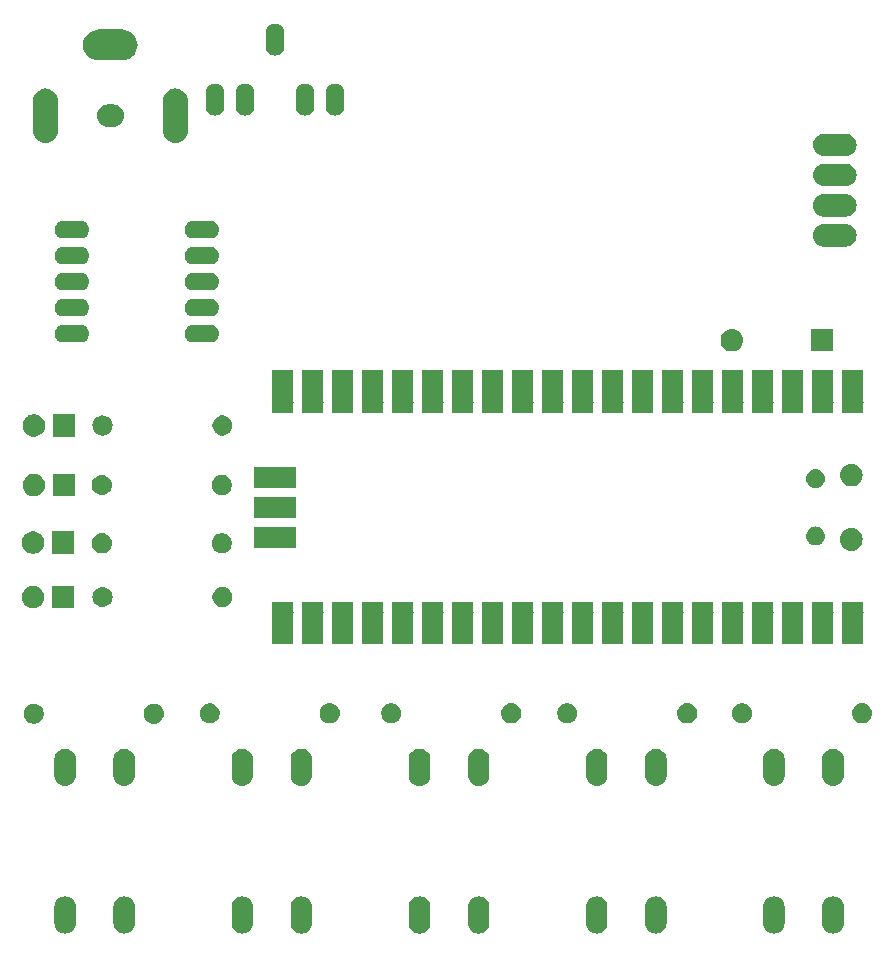
<source format=gbr>
G04 #@! TF.GenerationSoftware,KiCad,Pcbnew,(5.1.2-1)-1*
G04 #@! TF.CreationDate,2023-04-29T13:33:38+02:00*
G04 #@! TF.ProjectId,PicoClockRadio,5069636f-436c-46f6-936b-526164696f2e,rev?*
G04 #@! TF.SameCoordinates,Original*
G04 #@! TF.FileFunction,Soldermask,Top*
G04 #@! TF.FilePolarity,Negative*
%FSLAX46Y46*%
G04 Gerber Fmt 4.6, Leading zero omitted, Abs format (unit mm)*
G04 Created by KiCad (PCBNEW (5.1.2-1)-1) date 2023-04-29 13:33:38*
%MOMM*%
%LPD*%
G04 APERTURE LIST*
%ADD10C,0.100000*%
G04 APERTURE END LIST*
D10*
G36*
X105179294Y-144938233D02*
G01*
X105351695Y-144990531D01*
X105510583Y-145075458D01*
X105649849Y-145189751D01*
X105764142Y-145329017D01*
X105849069Y-145487905D01*
X105901367Y-145660306D01*
X105914600Y-145794669D01*
X105914600Y-147205331D01*
X105901367Y-147339694D01*
X105849069Y-147512095D01*
X105764142Y-147670983D01*
X105649849Y-147810249D01*
X105510583Y-147924542D01*
X105351694Y-148009469D01*
X105179293Y-148061767D01*
X105000000Y-148079425D01*
X104820706Y-148061767D01*
X104648305Y-148009469D01*
X104489417Y-147924542D01*
X104350151Y-147810249D01*
X104235858Y-147670983D01*
X104150931Y-147512094D01*
X104098633Y-147339693D01*
X104085400Y-147205330D01*
X104085401Y-145794669D01*
X104098634Y-145660306D01*
X104150932Y-145487905D01*
X104235859Y-145329017D01*
X104350152Y-145189751D01*
X104489418Y-145075458D01*
X104648306Y-144990531D01*
X104820707Y-144938233D01*
X105000000Y-144920575D01*
X105179294Y-144938233D01*
X105179294Y-144938233D01*
G37*
G36*
X110179294Y-144938233D02*
G01*
X110351695Y-144990531D01*
X110510583Y-145075458D01*
X110649849Y-145189751D01*
X110764142Y-145329017D01*
X110849069Y-145487905D01*
X110901367Y-145660306D01*
X110914600Y-145794669D01*
X110914600Y-147205331D01*
X110901367Y-147339694D01*
X110849069Y-147512095D01*
X110764142Y-147670983D01*
X110649849Y-147810249D01*
X110510583Y-147924542D01*
X110351694Y-148009469D01*
X110179293Y-148061767D01*
X110000000Y-148079425D01*
X109820706Y-148061767D01*
X109648305Y-148009469D01*
X109489417Y-147924542D01*
X109350151Y-147810249D01*
X109235858Y-147670983D01*
X109150931Y-147512094D01*
X109098633Y-147339693D01*
X109085400Y-147205330D01*
X109085401Y-145794669D01*
X109098634Y-145660306D01*
X109150932Y-145487905D01*
X109235859Y-145329017D01*
X109350152Y-145189751D01*
X109489418Y-145075458D01*
X109648306Y-144990531D01*
X109820707Y-144938233D01*
X110000000Y-144920575D01*
X110179294Y-144938233D01*
X110179294Y-144938233D01*
G37*
G36*
X120179294Y-144938233D02*
G01*
X120351695Y-144990531D01*
X120510583Y-145075458D01*
X120649849Y-145189751D01*
X120764142Y-145329017D01*
X120849069Y-145487905D01*
X120901367Y-145660306D01*
X120914600Y-145794669D01*
X120914600Y-147205331D01*
X120901367Y-147339694D01*
X120849069Y-147512095D01*
X120764142Y-147670983D01*
X120649849Y-147810249D01*
X120510583Y-147924542D01*
X120351694Y-148009469D01*
X120179293Y-148061767D01*
X120000000Y-148079425D01*
X119820706Y-148061767D01*
X119648305Y-148009469D01*
X119489417Y-147924542D01*
X119350151Y-147810249D01*
X119235858Y-147670983D01*
X119150931Y-147512094D01*
X119098633Y-147339693D01*
X119085400Y-147205330D01*
X119085401Y-145794669D01*
X119098634Y-145660306D01*
X119150932Y-145487905D01*
X119235859Y-145329017D01*
X119350152Y-145189751D01*
X119489418Y-145075458D01*
X119648306Y-144990531D01*
X119820707Y-144938233D01*
X120000000Y-144920575D01*
X120179294Y-144938233D01*
X120179294Y-144938233D01*
G37*
G36*
X125179294Y-144938233D02*
G01*
X125351695Y-144990531D01*
X125510583Y-145075458D01*
X125649849Y-145189751D01*
X125764142Y-145329017D01*
X125849069Y-145487905D01*
X125901367Y-145660306D01*
X125914600Y-145794669D01*
X125914600Y-147205331D01*
X125901367Y-147339694D01*
X125849069Y-147512095D01*
X125764142Y-147670983D01*
X125649849Y-147810249D01*
X125510583Y-147924542D01*
X125351694Y-148009469D01*
X125179293Y-148061767D01*
X125000000Y-148079425D01*
X124820706Y-148061767D01*
X124648305Y-148009469D01*
X124489417Y-147924542D01*
X124350151Y-147810249D01*
X124235858Y-147670983D01*
X124150931Y-147512094D01*
X124098633Y-147339693D01*
X124085400Y-147205330D01*
X124085401Y-145794669D01*
X124098634Y-145660306D01*
X124150932Y-145487905D01*
X124235859Y-145329017D01*
X124350152Y-145189751D01*
X124489418Y-145075458D01*
X124648306Y-144990531D01*
X124820707Y-144938233D01*
X125000000Y-144920575D01*
X125179294Y-144938233D01*
X125179294Y-144938233D01*
G37*
G36*
X135179294Y-144938233D02*
G01*
X135351695Y-144990531D01*
X135510583Y-145075458D01*
X135649849Y-145189751D01*
X135764142Y-145329017D01*
X135849069Y-145487905D01*
X135901367Y-145660306D01*
X135914600Y-145794669D01*
X135914600Y-147205331D01*
X135901367Y-147339694D01*
X135849069Y-147512095D01*
X135764142Y-147670983D01*
X135649849Y-147810249D01*
X135510583Y-147924542D01*
X135351694Y-148009469D01*
X135179293Y-148061767D01*
X135000000Y-148079425D01*
X134820706Y-148061767D01*
X134648305Y-148009469D01*
X134489417Y-147924542D01*
X134350151Y-147810249D01*
X134235858Y-147670983D01*
X134150931Y-147512094D01*
X134098633Y-147339693D01*
X134085400Y-147205330D01*
X134085401Y-145794669D01*
X134098634Y-145660306D01*
X134150932Y-145487905D01*
X134235859Y-145329017D01*
X134350152Y-145189751D01*
X134489418Y-145075458D01*
X134648306Y-144990531D01*
X134820707Y-144938233D01*
X135000000Y-144920575D01*
X135179294Y-144938233D01*
X135179294Y-144938233D01*
G37*
G36*
X140179294Y-144938233D02*
G01*
X140351695Y-144990531D01*
X140510583Y-145075458D01*
X140649849Y-145189751D01*
X140764142Y-145329017D01*
X140849069Y-145487905D01*
X140901367Y-145660306D01*
X140914600Y-145794669D01*
X140914600Y-147205331D01*
X140901367Y-147339694D01*
X140849069Y-147512095D01*
X140764142Y-147670983D01*
X140649849Y-147810249D01*
X140510583Y-147924542D01*
X140351694Y-148009469D01*
X140179293Y-148061767D01*
X140000000Y-148079425D01*
X139820706Y-148061767D01*
X139648305Y-148009469D01*
X139489417Y-147924542D01*
X139350151Y-147810249D01*
X139235858Y-147670983D01*
X139150931Y-147512094D01*
X139098633Y-147339693D01*
X139085400Y-147205330D01*
X139085401Y-145794669D01*
X139098634Y-145660306D01*
X139150932Y-145487905D01*
X139235859Y-145329017D01*
X139350152Y-145189751D01*
X139489418Y-145075458D01*
X139648306Y-144990531D01*
X139820707Y-144938233D01*
X140000000Y-144920575D01*
X140179294Y-144938233D01*
X140179294Y-144938233D01*
G37*
G36*
X150179294Y-144938233D02*
G01*
X150351695Y-144990531D01*
X150510583Y-145075458D01*
X150649849Y-145189751D01*
X150764142Y-145329017D01*
X150849069Y-145487905D01*
X150901367Y-145660306D01*
X150914600Y-145794669D01*
X150914600Y-147205331D01*
X150901367Y-147339694D01*
X150849069Y-147512095D01*
X150764142Y-147670983D01*
X150649849Y-147810249D01*
X150510583Y-147924542D01*
X150351694Y-148009469D01*
X150179293Y-148061767D01*
X150000000Y-148079425D01*
X149820706Y-148061767D01*
X149648305Y-148009469D01*
X149489417Y-147924542D01*
X149350151Y-147810249D01*
X149235858Y-147670983D01*
X149150931Y-147512094D01*
X149098633Y-147339693D01*
X149085400Y-147205330D01*
X149085401Y-145794669D01*
X149098634Y-145660306D01*
X149150932Y-145487905D01*
X149235859Y-145329017D01*
X149350152Y-145189751D01*
X149489418Y-145075458D01*
X149648306Y-144990531D01*
X149820707Y-144938233D01*
X150000000Y-144920575D01*
X150179294Y-144938233D01*
X150179294Y-144938233D01*
G37*
G36*
X155179294Y-144938233D02*
G01*
X155351695Y-144990531D01*
X155510583Y-145075458D01*
X155649849Y-145189751D01*
X155764142Y-145329017D01*
X155849069Y-145487905D01*
X155901367Y-145660306D01*
X155914600Y-145794669D01*
X155914600Y-147205331D01*
X155901367Y-147339694D01*
X155849069Y-147512095D01*
X155764142Y-147670983D01*
X155649849Y-147810249D01*
X155510583Y-147924542D01*
X155351694Y-148009469D01*
X155179293Y-148061767D01*
X155000000Y-148079425D01*
X154820706Y-148061767D01*
X154648305Y-148009469D01*
X154489417Y-147924542D01*
X154350151Y-147810249D01*
X154235858Y-147670983D01*
X154150931Y-147512094D01*
X154098633Y-147339693D01*
X154085400Y-147205330D01*
X154085401Y-145794669D01*
X154098634Y-145660306D01*
X154150932Y-145487905D01*
X154235859Y-145329017D01*
X154350152Y-145189751D01*
X154489418Y-145075458D01*
X154648306Y-144990531D01*
X154820707Y-144938233D01*
X155000000Y-144920575D01*
X155179294Y-144938233D01*
X155179294Y-144938233D01*
G37*
G36*
X165179294Y-144938233D02*
G01*
X165351695Y-144990531D01*
X165510583Y-145075458D01*
X165649849Y-145189751D01*
X165764142Y-145329017D01*
X165849069Y-145487905D01*
X165901367Y-145660306D01*
X165914600Y-145794669D01*
X165914600Y-147205331D01*
X165901367Y-147339694D01*
X165849069Y-147512095D01*
X165764142Y-147670983D01*
X165649849Y-147810249D01*
X165510583Y-147924542D01*
X165351694Y-148009469D01*
X165179293Y-148061767D01*
X165000000Y-148079425D01*
X164820706Y-148061767D01*
X164648305Y-148009469D01*
X164489417Y-147924542D01*
X164350151Y-147810249D01*
X164235858Y-147670983D01*
X164150931Y-147512094D01*
X164098633Y-147339693D01*
X164085400Y-147205330D01*
X164085401Y-145794669D01*
X164098634Y-145660306D01*
X164150932Y-145487905D01*
X164235859Y-145329017D01*
X164350152Y-145189751D01*
X164489418Y-145075458D01*
X164648306Y-144990531D01*
X164820707Y-144938233D01*
X165000000Y-144920575D01*
X165179294Y-144938233D01*
X165179294Y-144938233D01*
G37*
G36*
X170179294Y-144938233D02*
G01*
X170351695Y-144990531D01*
X170510583Y-145075458D01*
X170649849Y-145189751D01*
X170764142Y-145329017D01*
X170849069Y-145487905D01*
X170901367Y-145660306D01*
X170914600Y-145794669D01*
X170914600Y-147205331D01*
X170901367Y-147339694D01*
X170849069Y-147512095D01*
X170764142Y-147670983D01*
X170649849Y-147810249D01*
X170510583Y-147924542D01*
X170351694Y-148009469D01*
X170179293Y-148061767D01*
X170000000Y-148079425D01*
X169820706Y-148061767D01*
X169648305Y-148009469D01*
X169489417Y-147924542D01*
X169350151Y-147810249D01*
X169235858Y-147670983D01*
X169150931Y-147512094D01*
X169098633Y-147339693D01*
X169085400Y-147205330D01*
X169085401Y-145794669D01*
X169098634Y-145660306D01*
X169150932Y-145487905D01*
X169235859Y-145329017D01*
X169350152Y-145189751D01*
X169489418Y-145075458D01*
X169648306Y-144990531D01*
X169820707Y-144938233D01*
X170000000Y-144920575D01*
X170179294Y-144938233D01*
X170179294Y-144938233D01*
G37*
G36*
X105179294Y-132438233D02*
G01*
X105351695Y-132490531D01*
X105510583Y-132575458D01*
X105649849Y-132689751D01*
X105764142Y-132829017D01*
X105849069Y-132987905D01*
X105901367Y-133160306D01*
X105914600Y-133294669D01*
X105914600Y-134705331D01*
X105901367Y-134839694D01*
X105849069Y-135012095D01*
X105764142Y-135170983D01*
X105649849Y-135310249D01*
X105510583Y-135424542D01*
X105351694Y-135509469D01*
X105179293Y-135561767D01*
X105000000Y-135579425D01*
X104820706Y-135561767D01*
X104648305Y-135509469D01*
X104489417Y-135424542D01*
X104350151Y-135310249D01*
X104235858Y-135170983D01*
X104150931Y-135012094D01*
X104098633Y-134839693D01*
X104085400Y-134705330D01*
X104085401Y-133294669D01*
X104098634Y-133160306D01*
X104150932Y-132987905D01*
X104235859Y-132829017D01*
X104350152Y-132689751D01*
X104489418Y-132575458D01*
X104648306Y-132490531D01*
X104820707Y-132438233D01*
X105000000Y-132420575D01*
X105179294Y-132438233D01*
X105179294Y-132438233D01*
G37*
G36*
X170179294Y-132438233D02*
G01*
X170351695Y-132490531D01*
X170510583Y-132575458D01*
X170649849Y-132689751D01*
X170764142Y-132829017D01*
X170849069Y-132987905D01*
X170901367Y-133160306D01*
X170914600Y-133294669D01*
X170914600Y-134705331D01*
X170901367Y-134839694D01*
X170849069Y-135012095D01*
X170764142Y-135170983D01*
X170649849Y-135310249D01*
X170510583Y-135424542D01*
X170351694Y-135509469D01*
X170179293Y-135561767D01*
X170000000Y-135579425D01*
X169820706Y-135561767D01*
X169648305Y-135509469D01*
X169489417Y-135424542D01*
X169350151Y-135310249D01*
X169235858Y-135170983D01*
X169150931Y-135012094D01*
X169098633Y-134839693D01*
X169085400Y-134705330D01*
X169085401Y-133294669D01*
X169098634Y-133160306D01*
X169150932Y-132987905D01*
X169235859Y-132829017D01*
X169350152Y-132689751D01*
X169489418Y-132575458D01*
X169648306Y-132490531D01*
X169820707Y-132438233D01*
X170000000Y-132420575D01*
X170179294Y-132438233D01*
X170179294Y-132438233D01*
G37*
G36*
X165179294Y-132438233D02*
G01*
X165351695Y-132490531D01*
X165510583Y-132575458D01*
X165649849Y-132689751D01*
X165764142Y-132829017D01*
X165849069Y-132987905D01*
X165901367Y-133160306D01*
X165914600Y-133294669D01*
X165914600Y-134705331D01*
X165901367Y-134839694D01*
X165849069Y-135012095D01*
X165764142Y-135170983D01*
X165649849Y-135310249D01*
X165510583Y-135424542D01*
X165351694Y-135509469D01*
X165179293Y-135561767D01*
X165000000Y-135579425D01*
X164820706Y-135561767D01*
X164648305Y-135509469D01*
X164489417Y-135424542D01*
X164350151Y-135310249D01*
X164235858Y-135170983D01*
X164150931Y-135012094D01*
X164098633Y-134839693D01*
X164085400Y-134705330D01*
X164085401Y-133294669D01*
X164098634Y-133160306D01*
X164150932Y-132987905D01*
X164235859Y-132829017D01*
X164350152Y-132689751D01*
X164489418Y-132575458D01*
X164648306Y-132490531D01*
X164820707Y-132438233D01*
X165000000Y-132420575D01*
X165179294Y-132438233D01*
X165179294Y-132438233D01*
G37*
G36*
X155179294Y-132438233D02*
G01*
X155351695Y-132490531D01*
X155510583Y-132575458D01*
X155649849Y-132689751D01*
X155764142Y-132829017D01*
X155849069Y-132987905D01*
X155901367Y-133160306D01*
X155914600Y-133294669D01*
X155914600Y-134705331D01*
X155901367Y-134839694D01*
X155849069Y-135012095D01*
X155764142Y-135170983D01*
X155649849Y-135310249D01*
X155510583Y-135424542D01*
X155351694Y-135509469D01*
X155179293Y-135561767D01*
X155000000Y-135579425D01*
X154820706Y-135561767D01*
X154648305Y-135509469D01*
X154489417Y-135424542D01*
X154350151Y-135310249D01*
X154235858Y-135170983D01*
X154150931Y-135012094D01*
X154098633Y-134839693D01*
X154085400Y-134705330D01*
X154085401Y-133294669D01*
X154098634Y-133160306D01*
X154150932Y-132987905D01*
X154235859Y-132829017D01*
X154350152Y-132689751D01*
X154489418Y-132575458D01*
X154648306Y-132490531D01*
X154820707Y-132438233D01*
X155000000Y-132420575D01*
X155179294Y-132438233D01*
X155179294Y-132438233D01*
G37*
G36*
X150179294Y-132438233D02*
G01*
X150351695Y-132490531D01*
X150510583Y-132575458D01*
X150649849Y-132689751D01*
X150764142Y-132829017D01*
X150849069Y-132987905D01*
X150901367Y-133160306D01*
X150914600Y-133294669D01*
X150914600Y-134705331D01*
X150901367Y-134839694D01*
X150849069Y-135012095D01*
X150764142Y-135170983D01*
X150649849Y-135310249D01*
X150510583Y-135424542D01*
X150351694Y-135509469D01*
X150179293Y-135561767D01*
X150000000Y-135579425D01*
X149820706Y-135561767D01*
X149648305Y-135509469D01*
X149489417Y-135424542D01*
X149350151Y-135310249D01*
X149235858Y-135170983D01*
X149150931Y-135012094D01*
X149098633Y-134839693D01*
X149085400Y-134705330D01*
X149085401Y-133294669D01*
X149098634Y-133160306D01*
X149150932Y-132987905D01*
X149235859Y-132829017D01*
X149350152Y-132689751D01*
X149489418Y-132575458D01*
X149648306Y-132490531D01*
X149820707Y-132438233D01*
X150000000Y-132420575D01*
X150179294Y-132438233D01*
X150179294Y-132438233D01*
G37*
G36*
X140179294Y-132438233D02*
G01*
X140351695Y-132490531D01*
X140510583Y-132575458D01*
X140649849Y-132689751D01*
X140764142Y-132829017D01*
X140849069Y-132987905D01*
X140901367Y-133160306D01*
X140914600Y-133294669D01*
X140914600Y-134705331D01*
X140901367Y-134839694D01*
X140849069Y-135012095D01*
X140764142Y-135170983D01*
X140649849Y-135310249D01*
X140510583Y-135424542D01*
X140351694Y-135509469D01*
X140179293Y-135561767D01*
X140000000Y-135579425D01*
X139820706Y-135561767D01*
X139648305Y-135509469D01*
X139489417Y-135424542D01*
X139350151Y-135310249D01*
X139235858Y-135170983D01*
X139150931Y-135012094D01*
X139098633Y-134839693D01*
X139085400Y-134705330D01*
X139085401Y-133294669D01*
X139098634Y-133160306D01*
X139150932Y-132987905D01*
X139235859Y-132829017D01*
X139350152Y-132689751D01*
X139489418Y-132575458D01*
X139648306Y-132490531D01*
X139820707Y-132438233D01*
X140000000Y-132420575D01*
X140179294Y-132438233D01*
X140179294Y-132438233D01*
G37*
G36*
X135179294Y-132438233D02*
G01*
X135351695Y-132490531D01*
X135510583Y-132575458D01*
X135649849Y-132689751D01*
X135764142Y-132829017D01*
X135849069Y-132987905D01*
X135901367Y-133160306D01*
X135914600Y-133294669D01*
X135914600Y-134705331D01*
X135901367Y-134839694D01*
X135849069Y-135012095D01*
X135764142Y-135170983D01*
X135649849Y-135310249D01*
X135510583Y-135424542D01*
X135351694Y-135509469D01*
X135179293Y-135561767D01*
X135000000Y-135579425D01*
X134820706Y-135561767D01*
X134648305Y-135509469D01*
X134489417Y-135424542D01*
X134350151Y-135310249D01*
X134235858Y-135170983D01*
X134150931Y-135012094D01*
X134098633Y-134839693D01*
X134085400Y-134705330D01*
X134085401Y-133294669D01*
X134098634Y-133160306D01*
X134150932Y-132987905D01*
X134235859Y-132829017D01*
X134350152Y-132689751D01*
X134489418Y-132575458D01*
X134648306Y-132490531D01*
X134820707Y-132438233D01*
X135000000Y-132420575D01*
X135179294Y-132438233D01*
X135179294Y-132438233D01*
G37*
G36*
X125179294Y-132438233D02*
G01*
X125351695Y-132490531D01*
X125510583Y-132575458D01*
X125649849Y-132689751D01*
X125764142Y-132829017D01*
X125849069Y-132987905D01*
X125901367Y-133160306D01*
X125914600Y-133294669D01*
X125914600Y-134705331D01*
X125901367Y-134839694D01*
X125849069Y-135012095D01*
X125764142Y-135170983D01*
X125649849Y-135310249D01*
X125510583Y-135424542D01*
X125351694Y-135509469D01*
X125179293Y-135561767D01*
X125000000Y-135579425D01*
X124820706Y-135561767D01*
X124648305Y-135509469D01*
X124489417Y-135424542D01*
X124350151Y-135310249D01*
X124235858Y-135170983D01*
X124150931Y-135012094D01*
X124098633Y-134839693D01*
X124085400Y-134705330D01*
X124085401Y-133294669D01*
X124098634Y-133160306D01*
X124150932Y-132987905D01*
X124235859Y-132829017D01*
X124350152Y-132689751D01*
X124489418Y-132575458D01*
X124648306Y-132490531D01*
X124820707Y-132438233D01*
X125000000Y-132420575D01*
X125179294Y-132438233D01*
X125179294Y-132438233D01*
G37*
G36*
X120179294Y-132438233D02*
G01*
X120351695Y-132490531D01*
X120510583Y-132575458D01*
X120649849Y-132689751D01*
X120764142Y-132829017D01*
X120849069Y-132987905D01*
X120901367Y-133160306D01*
X120914600Y-133294669D01*
X120914600Y-134705331D01*
X120901367Y-134839694D01*
X120849069Y-135012095D01*
X120764142Y-135170983D01*
X120649849Y-135310249D01*
X120510583Y-135424542D01*
X120351694Y-135509469D01*
X120179293Y-135561767D01*
X120000000Y-135579425D01*
X119820706Y-135561767D01*
X119648305Y-135509469D01*
X119489417Y-135424542D01*
X119350151Y-135310249D01*
X119235858Y-135170983D01*
X119150931Y-135012094D01*
X119098633Y-134839693D01*
X119085400Y-134705330D01*
X119085401Y-133294669D01*
X119098634Y-133160306D01*
X119150932Y-132987905D01*
X119235859Y-132829017D01*
X119350152Y-132689751D01*
X119489418Y-132575458D01*
X119648306Y-132490531D01*
X119820707Y-132438233D01*
X120000000Y-132420575D01*
X120179294Y-132438233D01*
X120179294Y-132438233D01*
G37*
G36*
X110179294Y-132438233D02*
G01*
X110351695Y-132490531D01*
X110510583Y-132575458D01*
X110649849Y-132689751D01*
X110764142Y-132829017D01*
X110849069Y-132987905D01*
X110901367Y-133160306D01*
X110914600Y-133294669D01*
X110914600Y-134705331D01*
X110901367Y-134839694D01*
X110849069Y-135012095D01*
X110764142Y-135170983D01*
X110649849Y-135310249D01*
X110510583Y-135424542D01*
X110351694Y-135509469D01*
X110179293Y-135561767D01*
X110000000Y-135579425D01*
X109820706Y-135561767D01*
X109648305Y-135509469D01*
X109489417Y-135424542D01*
X109350151Y-135310249D01*
X109235858Y-135170983D01*
X109150931Y-135012094D01*
X109098633Y-134839693D01*
X109085400Y-134705330D01*
X109085401Y-133294669D01*
X109098634Y-133160306D01*
X109150932Y-132987905D01*
X109235859Y-132829017D01*
X109350152Y-132689751D01*
X109489418Y-132575458D01*
X109648306Y-132490531D01*
X109820707Y-132438233D01*
X110000000Y-132420575D01*
X110179294Y-132438233D01*
X110179294Y-132438233D01*
G37*
G36*
X102584828Y-128635343D02*
G01*
X102739700Y-128699493D01*
X102879081Y-128792625D01*
X102997615Y-128911159D01*
X103090747Y-129050540D01*
X103154897Y-129205412D01*
X103187600Y-129369824D01*
X103187600Y-129537456D01*
X103154897Y-129701868D01*
X103090747Y-129856740D01*
X102997615Y-129996121D01*
X102879081Y-130114655D01*
X102739700Y-130207787D01*
X102584828Y-130271937D01*
X102420416Y-130304640D01*
X102252784Y-130304640D01*
X102088372Y-130271937D01*
X101933500Y-130207787D01*
X101794119Y-130114655D01*
X101675585Y-129996121D01*
X101582453Y-129856740D01*
X101518303Y-129701868D01*
X101485600Y-129537456D01*
X101485600Y-129369824D01*
X101518303Y-129205412D01*
X101582453Y-129050540D01*
X101675585Y-128911159D01*
X101794119Y-128792625D01*
X101933500Y-128699493D01*
X102088372Y-128635343D01*
X102252784Y-128602640D01*
X102420416Y-128602640D01*
X102584828Y-128635343D01*
X102584828Y-128635343D01*
G37*
G36*
X112663423Y-128614953D02*
G01*
X112823842Y-128663616D01*
X112890961Y-128699492D01*
X112971678Y-128742636D01*
X113101259Y-128848981D01*
X113207604Y-128978562D01*
X113207605Y-128978564D01*
X113286624Y-129126398D01*
X113335287Y-129286817D01*
X113351717Y-129453640D01*
X113335287Y-129620463D01*
X113286624Y-129780882D01*
X113215714Y-129913546D01*
X113207604Y-129928718D01*
X113101259Y-130058299D01*
X112971678Y-130164644D01*
X112971676Y-130164645D01*
X112823842Y-130243664D01*
X112663423Y-130292327D01*
X112538404Y-130304640D01*
X112454796Y-130304640D01*
X112329777Y-130292327D01*
X112169358Y-130243664D01*
X112021524Y-130164645D01*
X112021522Y-130164644D01*
X111891941Y-130058299D01*
X111785596Y-129928718D01*
X111777486Y-129913546D01*
X111706576Y-129780882D01*
X111657913Y-129620463D01*
X111641483Y-129453640D01*
X111657913Y-129286817D01*
X111706576Y-129126398D01*
X111785595Y-128978564D01*
X111785596Y-128978562D01*
X111891941Y-128848981D01*
X112021522Y-128742636D01*
X112102239Y-128699492D01*
X112169358Y-128663616D01*
X112329777Y-128614953D01*
X112454796Y-128602640D01*
X112538404Y-128602640D01*
X112663423Y-128614953D01*
X112663423Y-128614953D01*
G37*
G36*
X162549148Y-128609943D02*
G01*
X162704020Y-128674093D01*
X162843401Y-128767225D01*
X162961935Y-128885759D01*
X163055067Y-129025140D01*
X163119217Y-129180012D01*
X163151920Y-129344424D01*
X163151920Y-129512056D01*
X163119217Y-129676468D01*
X163055067Y-129831340D01*
X162961935Y-129970721D01*
X162843401Y-130089255D01*
X162704020Y-130182387D01*
X162549148Y-130246537D01*
X162384736Y-130279240D01*
X162217104Y-130279240D01*
X162052692Y-130246537D01*
X161897820Y-130182387D01*
X161758439Y-130089255D01*
X161639905Y-129970721D01*
X161546773Y-129831340D01*
X161482623Y-129676468D01*
X161449920Y-129512056D01*
X161449920Y-129344424D01*
X161482623Y-129180012D01*
X161546773Y-129025140D01*
X161639905Y-128885759D01*
X161758439Y-128767225D01*
X161897820Y-128674093D01*
X162052692Y-128609943D01*
X162217104Y-128577240D01*
X162384736Y-128577240D01*
X162549148Y-128609943D01*
X162549148Y-128609943D01*
G37*
G36*
X172627743Y-128589553D02*
G01*
X172788162Y-128638216D01*
X172855281Y-128674092D01*
X172935998Y-128717236D01*
X173065579Y-128823581D01*
X173171924Y-128953162D01*
X173171925Y-128953164D01*
X173250944Y-129100998D01*
X173299607Y-129261417D01*
X173316037Y-129428240D01*
X173299607Y-129595063D01*
X173250944Y-129755482D01*
X173210397Y-129831340D01*
X173171924Y-129903318D01*
X173065579Y-130032899D01*
X172935998Y-130139244D01*
X172935996Y-130139245D01*
X172788162Y-130218264D01*
X172627743Y-130266927D01*
X172502724Y-130279240D01*
X172419116Y-130279240D01*
X172294097Y-130266927D01*
X172133678Y-130218264D01*
X171985844Y-130139245D01*
X171985842Y-130139244D01*
X171856261Y-130032899D01*
X171749916Y-129903318D01*
X171711443Y-129831340D01*
X171670896Y-129755482D01*
X171622233Y-129595063D01*
X171605803Y-129428240D01*
X171622233Y-129261417D01*
X171670896Y-129100998D01*
X171749915Y-128953164D01*
X171749916Y-128953162D01*
X171856261Y-128823581D01*
X171985842Y-128717236D01*
X172066559Y-128674092D01*
X172133678Y-128638216D01*
X172294097Y-128589553D01*
X172419116Y-128577240D01*
X172502724Y-128577240D01*
X172627743Y-128589553D01*
X172627743Y-128589553D01*
G37*
G36*
X147756188Y-128609943D02*
G01*
X147911060Y-128674093D01*
X148050441Y-128767225D01*
X148168975Y-128885759D01*
X148262107Y-129025140D01*
X148326257Y-129180012D01*
X148358960Y-129344424D01*
X148358960Y-129512056D01*
X148326257Y-129676468D01*
X148262107Y-129831340D01*
X148168975Y-129970721D01*
X148050441Y-130089255D01*
X147911060Y-130182387D01*
X147756188Y-130246537D01*
X147591776Y-130279240D01*
X147424144Y-130279240D01*
X147259732Y-130246537D01*
X147104860Y-130182387D01*
X146965479Y-130089255D01*
X146846945Y-129970721D01*
X146753813Y-129831340D01*
X146689663Y-129676468D01*
X146656960Y-129512056D01*
X146656960Y-129344424D01*
X146689663Y-129180012D01*
X146753813Y-129025140D01*
X146846945Y-128885759D01*
X146965479Y-128767225D01*
X147104860Y-128674093D01*
X147259732Y-128609943D01*
X147424144Y-128577240D01*
X147591776Y-128577240D01*
X147756188Y-128609943D01*
X147756188Y-128609943D01*
G37*
G36*
X157834783Y-128589553D02*
G01*
X157995202Y-128638216D01*
X158062321Y-128674092D01*
X158143038Y-128717236D01*
X158272619Y-128823581D01*
X158378964Y-128953162D01*
X158378965Y-128953164D01*
X158457984Y-129100998D01*
X158506647Y-129261417D01*
X158523077Y-129428240D01*
X158506647Y-129595063D01*
X158457984Y-129755482D01*
X158417437Y-129831340D01*
X158378964Y-129903318D01*
X158272619Y-130032899D01*
X158143038Y-130139244D01*
X158143036Y-130139245D01*
X157995202Y-130218264D01*
X157834783Y-130266927D01*
X157709764Y-130279240D01*
X157626156Y-130279240D01*
X157501137Y-130266927D01*
X157340718Y-130218264D01*
X157192884Y-130139245D01*
X157192882Y-130139244D01*
X157063301Y-130032899D01*
X156956956Y-129903318D01*
X156918483Y-129831340D01*
X156877936Y-129755482D01*
X156829273Y-129595063D01*
X156812843Y-129428240D01*
X156829273Y-129261417D01*
X156877936Y-129100998D01*
X156956955Y-128953164D01*
X156956956Y-128953162D01*
X157063301Y-128823581D01*
X157192882Y-128717236D01*
X157273599Y-128674092D01*
X157340718Y-128638216D01*
X157501137Y-128589553D01*
X157626156Y-128577240D01*
X157709764Y-128577240D01*
X157834783Y-128589553D01*
X157834783Y-128589553D01*
G37*
G36*
X132856548Y-128609943D02*
G01*
X133011420Y-128674093D01*
X133150801Y-128767225D01*
X133269335Y-128885759D01*
X133362467Y-129025140D01*
X133426617Y-129180012D01*
X133459320Y-129344424D01*
X133459320Y-129512056D01*
X133426617Y-129676468D01*
X133362467Y-129831340D01*
X133269335Y-129970721D01*
X133150801Y-130089255D01*
X133011420Y-130182387D01*
X132856548Y-130246537D01*
X132692136Y-130279240D01*
X132524504Y-130279240D01*
X132360092Y-130246537D01*
X132205220Y-130182387D01*
X132065839Y-130089255D01*
X131947305Y-129970721D01*
X131854173Y-129831340D01*
X131790023Y-129676468D01*
X131757320Y-129512056D01*
X131757320Y-129344424D01*
X131790023Y-129180012D01*
X131854173Y-129025140D01*
X131947305Y-128885759D01*
X132065839Y-128767225D01*
X132205220Y-128674093D01*
X132360092Y-128609943D01*
X132524504Y-128577240D01*
X132692136Y-128577240D01*
X132856548Y-128609943D01*
X132856548Y-128609943D01*
G37*
G36*
X142935143Y-128589553D02*
G01*
X143095562Y-128638216D01*
X143162681Y-128674092D01*
X143243398Y-128717236D01*
X143372979Y-128823581D01*
X143479324Y-128953162D01*
X143479325Y-128953164D01*
X143558344Y-129100998D01*
X143607007Y-129261417D01*
X143623437Y-129428240D01*
X143607007Y-129595063D01*
X143558344Y-129755482D01*
X143517797Y-129831340D01*
X143479324Y-129903318D01*
X143372979Y-130032899D01*
X143243398Y-130139244D01*
X143243396Y-130139245D01*
X143095562Y-130218264D01*
X142935143Y-130266927D01*
X142810124Y-130279240D01*
X142726516Y-130279240D01*
X142601497Y-130266927D01*
X142441078Y-130218264D01*
X142293244Y-130139245D01*
X142293242Y-130139244D01*
X142163661Y-130032899D01*
X142057316Y-129903318D01*
X142018843Y-129831340D01*
X141978296Y-129755482D01*
X141929633Y-129595063D01*
X141913203Y-129428240D01*
X141929633Y-129261417D01*
X141978296Y-129100998D01*
X142057315Y-128953164D01*
X142057316Y-128953162D01*
X142163661Y-128823581D01*
X142293242Y-128717236D01*
X142373959Y-128674092D01*
X142441078Y-128638216D01*
X142601497Y-128589553D01*
X142726516Y-128577240D01*
X142810124Y-128577240D01*
X142935143Y-128589553D01*
X142935143Y-128589553D01*
G37*
G36*
X117479388Y-128609943D02*
G01*
X117634260Y-128674093D01*
X117773641Y-128767225D01*
X117892175Y-128885759D01*
X117985307Y-129025140D01*
X118049457Y-129180012D01*
X118082160Y-129344424D01*
X118082160Y-129512056D01*
X118049457Y-129676468D01*
X117985307Y-129831340D01*
X117892175Y-129970721D01*
X117773641Y-130089255D01*
X117634260Y-130182387D01*
X117479388Y-130246537D01*
X117314976Y-130279240D01*
X117147344Y-130279240D01*
X116982932Y-130246537D01*
X116828060Y-130182387D01*
X116688679Y-130089255D01*
X116570145Y-129970721D01*
X116477013Y-129831340D01*
X116412863Y-129676468D01*
X116380160Y-129512056D01*
X116380160Y-129344424D01*
X116412863Y-129180012D01*
X116477013Y-129025140D01*
X116570145Y-128885759D01*
X116688679Y-128767225D01*
X116828060Y-128674093D01*
X116982932Y-128609943D01*
X117147344Y-128577240D01*
X117314976Y-128577240D01*
X117479388Y-128609943D01*
X117479388Y-128609943D01*
G37*
G36*
X127557983Y-128589553D02*
G01*
X127718402Y-128638216D01*
X127785521Y-128674092D01*
X127866238Y-128717236D01*
X127995819Y-128823581D01*
X128102164Y-128953162D01*
X128102165Y-128953164D01*
X128181184Y-129100998D01*
X128229847Y-129261417D01*
X128246277Y-129428240D01*
X128229847Y-129595063D01*
X128181184Y-129755482D01*
X128140637Y-129831340D01*
X128102164Y-129903318D01*
X127995819Y-130032899D01*
X127866238Y-130139244D01*
X127866236Y-130139245D01*
X127718402Y-130218264D01*
X127557983Y-130266927D01*
X127432964Y-130279240D01*
X127349356Y-130279240D01*
X127224337Y-130266927D01*
X127063918Y-130218264D01*
X126916084Y-130139245D01*
X126916082Y-130139244D01*
X126786501Y-130032899D01*
X126680156Y-129903318D01*
X126641683Y-129831340D01*
X126601136Y-129755482D01*
X126552473Y-129595063D01*
X126536043Y-129428240D01*
X126552473Y-129261417D01*
X126601136Y-129100998D01*
X126680155Y-128953164D01*
X126680156Y-128953162D01*
X126786501Y-128823581D01*
X126916082Y-128717236D01*
X126996799Y-128674092D01*
X127063918Y-128638216D01*
X127224337Y-128589553D01*
X127349356Y-128577240D01*
X127432964Y-128577240D01*
X127557983Y-128589553D01*
X127557983Y-128589553D01*
G37*
G36*
X142109760Y-123574520D02*
G01*
X140307760Y-123574520D01*
X140307760Y-119972520D01*
X142109760Y-119972520D01*
X142109760Y-123574520D01*
X142109760Y-123574520D01*
G37*
G36*
X162429760Y-120823120D02*
G01*
X162430362Y-120835372D01*
X162434119Y-120873520D01*
X162430362Y-120911668D01*
X162429760Y-120923920D01*
X162429760Y-123574520D01*
X160627760Y-123574520D01*
X160627760Y-120923920D01*
X160627158Y-120911668D01*
X160623401Y-120873520D01*
X160627158Y-120835372D01*
X160627760Y-120823120D01*
X160627760Y-119972520D01*
X162429760Y-119972520D01*
X162429760Y-120823120D01*
X162429760Y-120823120D01*
G37*
G36*
X134489760Y-120823120D02*
G01*
X134490362Y-120835372D01*
X134494119Y-120873520D01*
X134490362Y-120911668D01*
X134489760Y-120923920D01*
X134489760Y-123574520D01*
X132687760Y-123574520D01*
X132687760Y-120923920D01*
X132687158Y-120911668D01*
X132683401Y-120873520D01*
X132687158Y-120835372D01*
X132687760Y-120823120D01*
X132687760Y-119972520D01*
X134489760Y-119972520D01*
X134489760Y-120823120D01*
X134489760Y-120823120D01*
G37*
G36*
X131949760Y-120823120D02*
G01*
X131950362Y-120835372D01*
X131954119Y-120873520D01*
X131950362Y-120911668D01*
X131949760Y-120923920D01*
X131949760Y-123574520D01*
X130147760Y-123574520D01*
X130147760Y-120923920D01*
X130147158Y-120911668D01*
X130143401Y-120873520D01*
X130147158Y-120835372D01*
X130147760Y-120823120D01*
X130147760Y-119972520D01*
X131949760Y-119972520D01*
X131949760Y-120823120D01*
X131949760Y-120823120D01*
G37*
G36*
X129409760Y-123574520D02*
G01*
X127607760Y-123574520D01*
X127607760Y-119972520D01*
X129409760Y-119972520D01*
X129409760Y-123574520D01*
X129409760Y-123574520D01*
G37*
G36*
X126869760Y-120823120D02*
G01*
X126870362Y-120835372D01*
X126874119Y-120873520D01*
X126870362Y-120911668D01*
X126869760Y-120923920D01*
X126869760Y-123574520D01*
X125067760Y-123574520D01*
X125067760Y-120923920D01*
X125067158Y-120911668D01*
X125063401Y-120873520D01*
X125067158Y-120835372D01*
X125067760Y-120823120D01*
X125067760Y-119972520D01*
X126869760Y-119972520D01*
X126869760Y-120823120D01*
X126869760Y-120823120D01*
G37*
G36*
X124329760Y-120823120D02*
G01*
X124330362Y-120835372D01*
X124334119Y-120873520D01*
X124330362Y-120911668D01*
X124329760Y-120923920D01*
X124329760Y-123574520D01*
X122527760Y-123574520D01*
X122527760Y-120923920D01*
X122527158Y-120911668D01*
X122523401Y-120873520D01*
X122527158Y-120835372D01*
X122527760Y-120823120D01*
X122527760Y-119972520D01*
X124329760Y-119972520D01*
X124329760Y-120823120D01*
X124329760Y-120823120D01*
G37*
G36*
X137029760Y-120823120D02*
G01*
X137030362Y-120835372D01*
X137034119Y-120873520D01*
X137030362Y-120911668D01*
X137029760Y-120923920D01*
X137029760Y-123574520D01*
X135227760Y-123574520D01*
X135227760Y-120923920D01*
X135227158Y-120911668D01*
X135223401Y-120873520D01*
X135227158Y-120835372D01*
X135227760Y-120823120D01*
X135227760Y-119972520D01*
X137029760Y-119972520D01*
X137029760Y-120823120D01*
X137029760Y-120823120D01*
G37*
G36*
X139569760Y-120823120D02*
G01*
X139570362Y-120835372D01*
X139574119Y-120873520D01*
X139570362Y-120911668D01*
X139569760Y-120923920D01*
X139569760Y-123574520D01*
X137767760Y-123574520D01*
X137767760Y-120923920D01*
X137767158Y-120911668D01*
X137763401Y-120873520D01*
X137767158Y-120835372D01*
X137767760Y-120823120D01*
X137767760Y-119972520D01*
X139569760Y-119972520D01*
X139569760Y-120823120D01*
X139569760Y-120823120D01*
G37*
G36*
X144649760Y-120823120D02*
G01*
X144650362Y-120835372D01*
X144654119Y-120873520D01*
X144650362Y-120911668D01*
X144649760Y-120923920D01*
X144649760Y-123574520D01*
X142847760Y-123574520D01*
X142847760Y-120923920D01*
X142847158Y-120911668D01*
X142843401Y-120873520D01*
X142847158Y-120835372D01*
X142847760Y-120823120D01*
X142847760Y-119972520D01*
X144649760Y-119972520D01*
X144649760Y-120823120D01*
X144649760Y-120823120D01*
G37*
G36*
X147189760Y-120823120D02*
G01*
X147190362Y-120835372D01*
X147194119Y-120873520D01*
X147190362Y-120911668D01*
X147189760Y-120923920D01*
X147189760Y-123574520D01*
X145387760Y-123574520D01*
X145387760Y-120923920D01*
X145387158Y-120911668D01*
X145383401Y-120873520D01*
X145387158Y-120835372D01*
X145387760Y-120823120D01*
X145387760Y-119972520D01*
X147189760Y-119972520D01*
X147189760Y-120823120D01*
X147189760Y-120823120D01*
G37*
G36*
X172589760Y-120823120D02*
G01*
X172590362Y-120835372D01*
X172594119Y-120873520D01*
X172590362Y-120911668D01*
X172589760Y-120923920D01*
X172589760Y-123574520D01*
X170787760Y-123574520D01*
X170787760Y-120923920D01*
X170787158Y-120911668D01*
X170783401Y-120873520D01*
X170787158Y-120835372D01*
X170787760Y-120823120D01*
X170787760Y-119972520D01*
X172589760Y-119972520D01*
X172589760Y-120823120D01*
X172589760Y-120823120D01*
G37*
G36*
X170049760Y-120823120D02*
G01*
X170050362Y-120835372D01*
X170054119Y-120873520D01*
X170050362Y-120911668D01*
X170049760Y-120923920D01*
X170049760Y-123574520D01*
X168247760Y-123574520D01*
X168247760Y-120923920D01*
X168247158Y-120911668D01*
X168243401Y-120873520D01*
X168247158Y-120835372D01*
X168247760Y-120823120D01*
X168247760Y-119972520D01*
X170049760Y-119972520D01*
X170049760Y-120823120D01*
X170049760Y-120823120D01*
G37*
G36*
X167509760Y-123574520D02*
G01*
X165707760Y-123574520D01*
X165707760Y-119972520D01*
X167509760Y-119972520D01*
X167509760Y-123574520D01*
X167509760Y-123574520D01*
G37*
G36*
X164969760Y-120823120D02*
G01*
X164970362Y-120835372D01*
X164974119Y-120873520D01*
X164970362Y-120911668D01*
X164969760Y-120923920D01*
X164969760Y-123574520D01*
X163167760Y-123574520D01*
X163167760Y-120923920D01*
X163167158Y-120911668D01*
X163163401Y-120873520D01*
X163167158Y-120835372D01*
X163167760Y-120823120D01*
X163167760Y-119972520D01*
X164969760Y-119972520D01*
X164969760Y-120823120D01*
X164969760Y-120823120D01*
G37*
G36*
X159889760Y-120823120D02*
G01*
X159890362Y-120835372D01*
X159894119Y-120873520D01*
X159890362Y-120911668D01*
X159889760Y-120923920D01*
X159889760Y-123574520D01*
X158087760Y-123574520D01*
X158087760Y-120923920D01*
X158087158Y-120911668D01*
X158083401Y-120873520D01*
X158087158Y-120835372D01*
X158087760Y-120823120D01*
X158087760Y-119972520D01*
X159889760Y-119972520D01*
X159889760Y-120823120D01*
X159889760Y-120823120D01*
G37*
G36*
X157349760Y-120823120D02*
G01*
X157350362Y-120835372D01*
X157354119Y-120873520D01*
X157350362Y-120911668D01*
X157349760Y-120923920D01*
X157349760Y-123574520D01*
X155547760Y-123574520D01*
X155547760Y-120923920D01*
X155547158Y-120911668D01*
X155543401Y-120873520D01*
X155547158Y-120835372D01*
X155547760Y-120823120D01*
X155547760Y-119972520D01*
X157349760Y-119972520D01*
X157349760Y-120823120D01*
X157349760Y-120823120D01*
G37*
G36*
X154809760Y-123574520D02*
G01*
X153007760Y-123574520D01*
X153007760Y-119972520D01*
X154809760Y-119972520D01*
X154809760Y-123574520D01*
X154809760Y-123574520D01*
G37*
G36*
X152269760Y-120823120D02*
G01*
X152270362Y-120835372D01*
X152274119Y-120873520D01*
X152270362Y-120911668D01*
X152269760Y-120923920D01*
X152269760Y-123574520D01*
X150467760Y-123574520D01*
X150467760Y-120923920D01*
X150467158Y-120911668D01*
X150463401Y-120873520D01*
X150467158Y-120835372D01*
X150467760Y-120823120D01*
X150467760Y-119972520D01*
X152269760Y-119972520D01*
X152269760Y-120823120D01*
X152269760Y-120823120D01*
G37*
G36*
X149729760Y-120823120D02*
G01*
X149730362Y-120835372D01*
X149734119Y-120873520D01*
X149730362Y-120911668D01*
X149729760Y-120923920D01*
X149729760Y-123574520D01*
X147927760Y-123574520D01*
X147927760Y-120923920D01*
X147927158Y-120911668D01*
X147923401Y-120873520D01*
X147927158Y-120835372D01*
X147927760Y-120823120D01*
X147927760Y-119972520D01*
X149729760Y-119972520D01*
X149729760Y-120823120D01*
X149729760Y-120823120D01*
G37*
G36*
X105776800Y-120529120D02*
G01*
X103874800Y-120529120D01*
X103874800Y-118627120D01*
X105776800Y-118627120D01*
X105776800Y-120529120D01*
X105776800Y-120529120D01*
G37*
G36*
X102563195Y-118663666D02*
G01*
X102736266Y-118735354D01*
X102742372Y-118739434D01*
X102892027Y-118839430D01*
X103024490Y-118971893D01*
X103067084Y-119035640D01*
X103128566Y-119127654D01*
X103200254Y-119300725D01*
X103236800Y-119484453D01*
X103236800Y-119671787D01*
X103200254Y-119855515D01*
X103128566Y-120028586D01*
X103128565Y-120028587D01*
X103024490Y-120184347D01*
X102892027Y-120316810D01*
X102868892Y-120332268D01*
X102736266Y-120420886D01*
X102563195Y-120492574D01*
X102379467Y-120529120D01*
X102192133Y-120529120D01*
X102008405Y-120492574D01*
X101835334Y-120420886D01*
X101702708Y-120332268D01*
X101679573Y-120316810D01*
X101547110Y-120184347D01*
X101443035Y-120028587D01*
X101443034Y-120028586D01*
X101371346Y-119855515D01*
X101334800Y-119671787D01*
X101334800Y-119484453D01*
X101371346Y-119300725D01*
X101443034Y-119127654D01*
X101504516Y-119035640D01*
X101547110Y-118971893D01*
X101679573Y-118839430D01*
X101829228Y-118739434D01*
X101835334Y-118735354D01*
X102008405Y-118663666D01*
X102192133Y-118627120D01*
X102379467Y-118627120D01*
X102563195Y-118663666D01*
X102563195Y-118663666D01*
G37*
G36*
X118561428Y-118759823D02*
G01*
X118716300Y-118823973D01*
X118855681Y-118917105D01*
X118974215Y-119035639D01*
X119067347Y-119175020D01*
X119131497Y-119329892D01*
X119164200Y-119494304D01*
X119164200Y-119661936D01*
X119131497Y-119826348D01*
X119067347Y-119981220D01*
X118974215Y-120120601D01*
X118855681Y-120239135D01*
X118716300Y-120332267D01*
X118561428Y-120396417D01*
X118397016Y-120429120D01*
X118229384Y-120429120D01*
X118064972Y-120396417D01*
X117910100Y-120332267D01*
X117770719Y-120239135D01*
X117652185Y-120120601D01*
X117559053Y-119981220D01*
X117494903Y-119826348D01*
X117462200Y-119661936D01*
X117462200Y-119494304D01*
X117494903Y-119329892D01*
X117559053Y-119175020D01*
X117652185Y-119035639D01*
X117770719Y-118917105D01*
X117910100Y-118823973D01*
X118064972Y-118759823D01*
X118229384Y-118727120D01*
X118397016Y-118727120D01*
X118561428Y-118759823D01*
X118561428Y-118759823D01*
G37*
G36*
X108320023Y-118739433D02*
G01*
X108480442Y-118788096D01*
X108547561Y-118823972D01*
X108628278Y-118867116D01*
X108757859Y-118973461D01*
X108864204Y-119103042D01*
X108864205Y-119103044D01*
X108943224Y-119250878D01*
X108991887Y-119411297D01*
X109008317Y-119578120D01*
X108991887Y-119744943D01*
X108943224Y-119905362D01*
X108902677Y-119981220D01*
X108864204Y-120053198D01*
X108757859Y-120182779D01*
X108628278Y-120289124D01*
X108628276Y-120289125D01*
X108480442Y-120368144D01*
X108320023Y-120416807D01*
X108195004Y-120429120D01*
X108111396Y-120429120D01*
X107986377Y-120416807D01*
X107825958Y-120368144D01*
X107678124Y-120289125D01*
X107678122Y-120289124D01*
X107548541Y-120182779D01*
X107442196Y-120053198D01*
X107403723Y-119981220D01*
X107363176Y-119905362D01*
X107314513Y-119744943D01*
X107298083Y-119578120D01*
X107314513Y-119411297D01*
X107363176Y-119250878D01*
X107442195Y-119103044D01*
X107442196Y-119103042D01*
X107548541Y-118973461D01*
X107678122Y-118867116D01*
X107758839Y-118823972D01*
X107825958Y-118788096D01*
X107986377Y-118739433D01*
X108111396Y-118727120D01*
X108195004Y-118727120D01*
X108320023Y-118739433D01*
X108320023Y-118739433D01*
G37*
G36*
X105776800Y-115926640D02*
G01*
X103874800Y-115926640D01*
X103874800Y-114024640D01*
X105776800Y-114024640D01*
X105776800Y-115926640D01*
X105776800Y-115926640D01*
G37*
G36*
X102563195Y-114061186D02*
G01*
X102736266Y-114132874D01*
X102807573Y-114180520D01*
X102892027Y-114236950D01*
X103024490Y-114369413D01*
X103050620Y-114408520D01*
X103128566Y-114525174D01*
X103200254Y-114698245D01*
X103236800Y-114881973D01*
X103236800Y-115069307D01*
X103200254Y-115253035D01*
X103128566Y-115426106D01*
X103128565Y-115426107D01*
X103024490Y-115581867D01*
X102892027Y-115714330D01*
X102849831Y-115742524D01*
X102736266Y-115818406D01*
X102563195Y-115890094D01*
X102379467Y-115926640D01*
X102192133Y-115926640D01*
X102008405Y-115890094D01*
X101835334Y-115818406D01*
X101721769Y-115742524D01*
X101679573Y-115714330D01*
X101547110Y-115581867D01*
X101443035Y-115426107D01*
X101443034Y-115426106D01*
X101371346Y-115253035D01*
X101334800Y-115069307D01*
X101334800Y-114881973D01*
X101371346Y-114698245D01*
X101443034Y-114525174D01*
X101520980Y-114408520D01*
X101547110Y-114369413D01*
X101679573Y-114236950D01*
X101764027Y-114180520D01*
X101835334Y-114132874D01*
X102008405Y-114061186D01*
X102192133Y-114024640D01*
X102379467Y-114024640D01*
X102563195Y-114061186D01*
X102563195Y-114061186D01*
G37*
G36*
X118510628Y-114213223D02*
G01*
X118665500Y-114277373D01*
X118804881Y-114370505D01*
X118923415Y-114489039D01*
X119016547Y-114628420D01*
X119080697Y-114783292D01*
X119113400Y-114947704D01*
X119113400Y-115115336D01*
X119080697Y-115279748D01*
X119016547Y-115434620D01*
X118923415Y-115574001D01*
X118804881Y-115692535D01*
X118665500Y-115785667D01*
X118510628Y-115849817D01*
X118346216Y-115882520D01*
X118178584Y-115882520D01*
X118014172Y-115849817D01*
X117859300Y-115785667D01*
X117719919Y-115692535D01*
X117601385Y-115574001D01*
X117508253Y-115434620D01*
X117444103Y-115279748D01*
X117411400Y-115115336D01*
X117411400Y-114947704D01*
X117444103Y-114783292D01*
X117508253Y-114628420D01*
X117601385Y-114489039D01*
X117719919Y-114370505D01*
X117859300Y-114277373D01*
X118014172Y-114213223D01*
X118178584Y-114180520D01*
X118346216Y-114180520D01*
X118510628Y-114213223D01*
X118510628Y-114213223D01*
G37*
G36*
X108269223Y-114192833D02*
G01*
X108429642Y-114241496D01*
X108496761Y-114277372D01*
X108577478Y-114320516D01*
X108707059Y-114426861D01*
X108813404Y-114556442D01*
X108813405Y-114556444D01*
X108892424Y-114704278D01*
X108941087Y-114864697D01*
X108957517Y-115031520D01*
X108941087Y-115198343D01*
X108892424Y-115358762D01*
X108851877Y-115434620D01*
X108813404Y-115506598D01*
X108707059Y-115636179D01*
X108577478Y-115742524D01*
X108577476Y-115742525D01*
X108429642Y-115821544D01*
X108269223Y-115870207D01*
X108144204Y-115882520D01*
X108060596Y-115882520D01*
X107935577Y-115870207D01*
X107775158Y-115821544D01*
X107627324Y-115742525D01*
X107627322Y-115742524D01*
X107497741Y-115636179D01*
X107391396Y-115506598D01*
X107352923Y-115434620D01*
X107312376Y-115358762D01*
X107263713Y-115198343D01*
X107247283Y-115031520D01*
X107263713Y-114864697D01*
X107312376Y-114704278D01*
X107391395Y-114556444D01*
X107391396Y-114556442D01*
X107497741Y-114426861D01*
X107627322Y-114320516D01*
X107708039Y-114277372D01*
X107775158Y-114241496D01*
X107935577Y-114192833D01*
X108060596Y-114180520D01*
X108144204Y-114180520D01*
X108269223Y-114192833D01*
X108269223Y-114192833D01*
G37*
G36*
X171745185Y-113771280D02*
G01*
X171745188Y-113771281D01*
X171745189Y-113771281D01*
X171924453Y-113825660D01*
X171924456Y-113825662D01*
X171924457Y-113825662D01*
X172089663Y-113913966D01*
X172234472Y-114032808D01*
X172353314Y-114177617D01*
X172441618Y-114342823D01*
X172441620Y-114342827D01*
X172485973Y-114489040D01*
X172496000Y-114522095D01*
X172514361Y-114708520D01*
X172496000Y-114894945D01*
X172495999Y-114894948D01*
X172495999Y-114894949D01*
X172441620Y-115074213D01*
X172441618Y-115074216D01*
X172441618Y-115074217D01*
X172353314Y-115239423D01*
X172234472Y-115384232D01*
X172089663Y-115503074D01*
X171924457Y-115591378D01*
X171924453Y-115591380D01*
X171745189Y-115645759D01*
X171745188Y-115645759D01*
X171745185Y-115645760D01*
X171605478Y-115659520D01*
X171512042Y-115659520D01*
X171372335Y-115645760D01*
X171372332Y-115645759D01*
X171372331Y-115645759D01*
X171193067Y-115591380D01*
X171193063Y-115591378D01*
X171027857Y-115503074D01*
X170883048Y-115384232D01*
X170764206Y-115239423D01*
X170675902Y-115074217D01*
X170675902Y-115074216D01*
X170675900Y-115074213D01*
X170621521Y-114894949D01*
X170621521Y-114894948D01*
X170621520Y-114894945D01*
X170603159Y-114708520D01*
X170621520Y-114522095D01*
X170631547Y-114489040D01*
X170675900Y-114342827D01*
X170675902Y-114342823D01*
X170764206Y-114177617D01*
X170883048Y-114032808D01*
X171027857Y-113913966D01*
X171193063Y-113825662D01*
X171193064Y-113825662D01*
X171193067Y-113825660D01*
X171372331Y-113771281D01*
X171372332Y-113771281D01*
X171372335Y-113771280D01*
X171512042Y-113757520D01*
X171605478Y-113757520D01*
X171745185Y-113771280D01*
X171745185Y-113771280D01*
G37*
G36*
X124559760Y-114473120D02*
G01*
X124560362Y-114485372D01*
X124564119Y-114523520D01*
X124560362Y-114561668D01*
X124559760Y-114573920D01*
X124559760Y-115424520D01*
X120957760Y-115424520D01*
X120957760Y-113622520D01*
X124559760Y-113622520D01*
X124559760Y-114473120D01*
X124559760Y-114473120D01*
G37*
G36*
X168607331Y-113611383D02*
G01*
X168685783Y-113619110D01*
X168786442Y-113649645D01*
X168836773Y-113664912D01*
X168975925Y-113739291D01*
X169097893Y-113839387D01*
X169197989Y-113961355D01*
X169272368Y-114100507D01*
X169287635Y-114150838D01*
X169318170Y-114251497D01*
X169333635Y-114408520D01*
X169318170Y-114565543D01*
X169287635Y-114666202D01*
X169272368Y-114716533D01*
X169197989Y-114855685D01*
X169097893Y-114977653D01*
X168975925Y-115077749D01*
X168836773Y-115152128D01*
X168798608Y-115163705D01*
X168685783Y-115197930D01*
X168607331Y-115205657D01*
X168568106Y-115209520D01*
X168489414Y-115209520D01*
X168450189Y-115205657D01*
X168371737Y-115197930D01*
X168258912Y-115163705D01*
X168220747Y-115152128D01*
X168081595Y-115077749D01*
X167959627Y-114977653D01*
X167859531Y-114855685D01*
X167785152Y-114716533D01*
X167769885Y-114666202D01*
X167739350Y-114565543D01*
X167723885Y-114408520D01*
X167739350Y-114251497D01*
X167769885Y-114150838D01*
X167785152Y-114100507D01*
X167859531Y-113961355D01*
X167959627Y-113839387D01*
X168081595Y-113739291D01*
X168220747Y-113664912D01*
X168271078Y-113649645D01*
X168371737Y-113619110D01*
X168450189Y-113611383D01*
X168489414Y-113607520D01*
X168568106Y-113607520D01*
X168607331Y-113611383D01*
X168607331Y-113611383D01*
G37*
G36*
X124559760Y-112884520D02*
G01*
X120957760Y-112884520D01*
X120957760Y-111082520D01*
X124559760Y-111082520D01*
X124559760Y-112884520D01*
X124559760Y-112884520D01*
G37*
G36*
X105832680Y-111039680D02*
G01*
X103930680Y-111039680D01*
X103930680Y-109137680D01*
X105832680Y-109137680D01*
X105832680Y-111039680D01*
X105832680Y-111039680D01*
G37*
G36*
X102619075Y-109174226D02*
G01*
X102792146Y-109245914D01*
X102799021Y-109250508D01*
X102947907Y-109349990D01*
X103080370Y-109482453D01*
X103122964Y-109546200D01*
X103184446Y-109638214D01*
X103256134Y-109811285D01*
X103292680Y-109995013D01*
X103292680Y-110182347D01*
X103256134Y-110366075D01*
X103184446Y-110539146D01*
X103184445Y-110539147D01*
X103080370Y-110694907D01*
X102947907Y-110827370D01*
X102924772Y-110842828D01*
X102792146Y-110931446D01*
X102619075Y-111003134D01*
X102435347Y-111039680D01*
X102248013Y-111039680D01*
X102064285Y-111003134D01*
X101891214Y-110931446D01*
X101758588Y-110842828D01*
X101735453Y-110827370D01*
X101602990Y-110694907D01*
X101498915Y-110539147D01*
X101498914Y-110539146D01*
X101427226Y-110366075D01*
X101390680Y-110182347D01*
X101390680Y-109995013D01*
X101427226Y-109811285D01*
X101498914Y-109638214D01*
X101560396Y-109546200D01*
X101602990Y-109482453D01*
X101735453Y-109349990D01*
X101884339Y-109250508D01*
X101891214Y-109245914D01*
X102064285Y-109174226D01*
X102248013Y-109137680D01*
X102435347Y-109137680D01*
X102619075Y-109174226D01*
X102619075Y-109174226D01*
G37*
G36*
X108269223Y-109249993D02*
G01*
X108429642Y-109298656D01*
X108496761Y-109334532D01*
X108577478Y-109377676D01*
X108707059Y-109484021D01*
X108813404Y-109613602D01*
X108813405Y-109613604D01*
X108892424Y-109761438D01*
X108941087Y-109921857D01*
X108957517Y-110088680D01*
X108941087Y-110255503D01*
X108892424Y-110415922D01*
X108851877Y-110491780D01*
X108813404Y-110563758D01*
X108707059Y-110693339D01*
X108577478Y-110799684D01*
X108577476Y-110799685D01*
X108429642Y-110878704D01*
X108269223Y-110927367D01*
X108144204Y-110939680D01*
X108060596Y-110939680D01*
X107935577Y-110927367D01*
X107775158Y-110878704D01*
X107627324Y-110799685D01*
X107627322Y-110799684D01*
X107497741Y-110693339D01*
X107391396Y-110563758D01*
X107352923Y-110491780D01*
X107312376Y-110415922D01*
X107263713Y-110255503D01*
X107247283Y-110088680D01*
X107263713Y-109921857D01*
X107312376Y-109761438D01*
X107391395Y-109613604D01*
X107391396Y-109613602D01*
X107497741Y-109484021D01*
X107627322Y-109377676D01*
X107708039Y-109334532D01*
X107775158Y-109298656D01*
X107935577Y-109249993D01*
X108060596Y-109237680D01*
X108144204Y-109237680D01*
X108269223Y-109249993D01*
X108269223Y-109249993D01*
G37*
G36*
X118510628Y-109270383D02*
G01*
X118665500Y-109334533D01*
X118804881Y-109427665D01*
X118923415Y-109546199D01*
X119016547Y-109685580D01*
X119080697Y-109840452D01*
X119113400Y-110004864D01*
X119113400Y-110172496D01*
X119080697Y-110336908D01*
X119016547Y-110491780D01*
X118923415Y-110631161D01*
X118804881Y-110749695D01*
X118665500Y-110842827D01*
X118510628Y-110906977D01*
X118346216Y-110939680D01*
X118178584Y-110939680D01*
X118014172Y-110906977D01*
X117859300Y-110842827D01*
X117719919Y-110749695D01*
X117601385Y-110631161D01*
X117508253Y-110491780D01*
X117444103Y-110336908D01*
X117411400Y-110172496D01*
X117411400Y-110004864D01*
X117444103Y-109840452D01*
X117508253Y-109685580D01*
X117601385Y-109546199D01*
X117719919Y-109427665D01*
X117859300Y-109334533D01*
X118014172Y-109270383D01*
X118178584Y-109237680D01*
X118346216Y-109237680D01*
X118510628Y-109270383D01*
X118510628Y-109270383D01*
G37*
G36*
X168607331Y-108761383D02*
G01*
X168685783Y-108769110D01*
X168786442Y-108799645D01*
X168836773Y-108814912D01*
X168975925Y-108889291D01*
X169097893Y-108989387D01*
X169197989Y-109111355D01*
X169272368Y-109250507D01*
X169278397Y-109270383D01*
X169318170Y-109401497D01*
X169333635Y-109558520D01*
X169318170Y-109715543D01*
X169304248Y-109761438D01*
X169272368Y-109866533D01*
X169197989Y-110005685D01*
X169097893Y-110127653D01*
X168975925Y-110227749D01*
X168836773Y-110302128D01*
X168786442Y-110317395D01*
X168685783Y-110347930D01*
X168607331Y-110355657D01*
X168568106Y-110359520D01*
X168489414Y-110359520D01*
X168450189Y-110355657D01*
X168371737Y-110347930D01*
X168271078Y-110317395D01*
X168220747Y-110302128D01*
X168081595Y-110227749D01*
X167959627Y-110127653D01*
X167859531Y-110005685D01*
X167785152Y-109866533D01*
X167753272Y-109761438D01*
X167739350Y-109715543D01*
X167723885Y-109558520D01*
X167739350Y-109401497D01*
X167779123Y-109270383D01*
X167785152Y-109250507D01*
X167859531Y-109111355D01*
X167959627Y-108989387D01*
X168081595Y-108889291D01*
X168220747Y-108814912D01*
X168271078Y-108799645D01*
X168371737Y-108769110D01*
X168450189Y-108761383D01*
X168489414Y-108757520D01*
X168568106Y-108757520D01*
X168607331Y-108761383D01*
X168607331Y-108761383D01*
G37*
G36*
X124559760Y-109393120D02*
G01*
X124560362Y-109405372D01*
X124564119Y-109443520D01*
X124560362Y-109481668D01*
X124559760Y-109493920D01*
X124559760Y-110344520D01*
X120957760Y-110344520D01*
X120957760Y-108542520D01*
X124559760Y-108542520D01*
X124559760Y-109393120D01*
X124559760Y-109393120D01*
G37*
G36*
X171745185Y-108321280D02*
G01*
X171745188Y-108321281D01*
X171745189Y-108321281D01*
X171924453Y-108375660D01*
X171924456Y-108375662D01*
X171924457Y-108375662D01*
X172089663Y-108463966D01*
X172234472Y-108582808D01*
X172353314Y-108727617D01*
X172439730Y-108889291D01*
X172441620Y-108892827D01*
X172456090Y-108940529D01*
X172496000Y-109072095D01*
X172514361Y-109258520D01*
X172496000Y-109444945D01*
X172495999Y-109444948D01*
X172495999Y-109444949D01*
X172441620Y-109624213D01*
X172441618Y-109624216D01*
X172441618Y-109624217D01*
X172353314Y-109789423D01*
X172234472Y-109934232D01*
X172089663Y-110053074D01*
X171924457Y-110141378D01*
X171924453Y-110141380D01*
X171745189Y-110195759D01*
X171745188Y-110195759D01*
X171745185Y-110195760D01*
X171605478Y-110209520D01*
X171512042Y-110209520D01*
X171372335Y-110195760D01*
X171372332Y-110195759D01*
X171372331Y-110195759D01*
X171193067Y-110141380D01*
X171193063Y-110141378D01*
X171027857Y-110053074D01*
X170883048Y-109934232D01*
X170764206Y-109789423D01*
X170675902Y-109624217D01*
X170675902Y-109624216D01*
X170675900Y-109624213D01*
X170621521Y-109444949D01*
X170621521Y-109444948D01*
X170621520Y-109444945D01*
X170603159Y-109258520D01*
X170621520Y-109072095D01*
X170661430Y-108940529D01*
X170675900Y-108892827D01*
X170677790Y-108889291D01*
X170764206Y-108727617D01*
X170883048Y-108582808D01*
X171027857Y-108463966D01*
X171193063Y-108375662D01*
X171193064Y-108375662D01*
X171193067Y-108375660D01*
X171372331Y-108321281D01*
X171372332Y-108321281D01*
X171372335Y-108321280D01*
X171512042Y-108307520D01*
X171605478Y-108307520D01*
X171745185Y-108321280D01*
X171745185Y-108321280D01*
G37*
G36*
X105832680Y-106005400D02*
G01*
X103930680Y-106005400D01*
X103930680Y-104103400D01*
X105832680Y-104103400D01*
X105832680Y-106005400D01*
X105832680Y-106005400D01*
G37*
G36*
X102619075Y-104139946D02*
G01*
X102792146Y-104211634D01*
X102798252Y-104215714D01*
X102947907Y-104315710D01*
X103080370Y-104448173D01*
X103122964Y-104511920D01*
X103184446Y-104603934D01*
X103256134Y-104777005D01*
X103292680Y-104960733D01*
X103292680Y-105148067D01*
X103256134Y-105331795D01*
X103184446Y-105504866D01*
X103184445Y-105504867D01*
X103080370Y-105660627D01*
X102947907Y-105793090D01*
X102924772Y-105808548D01*
X102792146Y-105897166D01*
X102619075Y-105968854D01*
X102435347Y-106005400D01*
X102248013Y-106005400D01*
X102064285Y-105968854D01*
X101891214Y-105897166D01*
X101758588Y-105808548D01*
X101735453Y-105793090D01*
X101602990Y-105660627D01*
X101498915Y-105504867D01*
X101498914Y-105504866D01*
X101427226Y-105331795D01*
X101390680Y-105148067D01*
X101390680Y-104960733D01*
X101427226Y-104777005D01*
X101498914Y-104603934D01*
X101560396Y-104511920D01*
X101602990Y-104448173D01*
X101735453Y-104315710D01*
X101885108Y-104215714D01*
X101891214Y-104211634D01*
X102064285Y-104139946D01*
X102248013Y-104103400D01*
X102435347Y-104103400D01*
X102619075Y-104139946D01*
X102619075Y-104139946D01*
G37*
G36*
X118561428Y-104236103D02*
G01*
X118716300Y-104300253D01*
X118855681Y-104393385D01*
X118974215Y-104511919D01*
X119067347Y-104651300D01*
X119131497Y-104806172D01*
X119164200Y-104970584D01*
X119164200Y-105138216D01*
X119131497Y-105302628D01*
X119067347Y-105457500D01*
X118974215Y-105596881D01*
X118855681Y-105715415D01*
X118716300Y-105808547D01*
X118561428Y-105872697D01*
X118397016Y-105905400D01*
X118229384Y-105905400D01*
X118064972Y-105872697D01*
X117910100Y-105808547D01*
X117770719Y-105715415D01*
X117652185Y-105596881D01*
X117559053Y-105457500D01*
X117494903Y-105302628D01*
X117462200Y-105138216D01*
X117462200Y-104970584D01*
X117494903Y-104806172D01*
X117559053Y-104651300D01*
X117652185Y-104511919D01*
X117770719Y-104393385D01*
X117910100Y-104300253D01*
X118064972Y-104236103D01*
X118229384Y-104203400D01*
X118397016Y-104203400D01*
X118561428Y-104236103D01*
X118561428Y-104236103D01*
G37*
G36*
X108320023Y-104215713D02*
G01*
X108480442Y-104264376D01*
X108547561Y-104300252D01*
X108628278Y-104343396D01*
X108757859Y-104449741D01*
X108864204Y-104579322D01*
X108864205Y-104579324D01*
X108943224Y-104727158D01*
X108991887Y-104887577D01*
X109008317Y-105054400D01*
X108991887Y-105221223D01*
X108943224Y-105381642D01*
X108902677Y-105457500D01*
X108864204Y-105529478D01*
X108757859Y-105659059D01*
X108628278Y-105765404D01*
X108628276Y-105765405D01*
X108480442Y-105844424D01*
X108320023Y-105893087D01*
X108195004Y-105905400D01*
X108111396Y-105905400D01*
X107986377Y-105893087D01*
X107825958Y-105844424D01*
X107678124Y-105765405D01*
X107678122Y-105765404D01*
X107548541Y-105659059D01*
X107442196Y-105529478D01*
X107403723Y-105457500D01*
X107363176Y-105381642D01*
X107314513Y-105221223D01*
X107298083Y-105054400D01*
X107314513Y-104887577D01*
X107363176Y-104727158D01*
X107442195Y-104579324D01*
X107442196Y-104579322D01*
X107548541Y-104449741D01*
X107678122Y-104343396D01*
X107758839Y-104300252D01*
X107825958Y-104264376D01*
X107986377Y-104215713D01*
X108111396Y-104203400D01*
X108195004Y-104203400D01*
X108320023Y-104215713D01*
X108320023Y-104215713D01*
G37*
G36*
X170049760Y-103043120D02*
G01*
X170050362Y-103055372D01*
X170054119Y-103093520D01*
X170050362Y-103131668D01*
X170049760Y-103143920D01*
X170049760Y-103994520D01*
X168247760Y-103994520D01*
X168247760Y-103143920D01*
X168247158Y-103131668D01*
X168243401Y-103093520D01*
X168247158Y-103055372D01*
X168247760Y-103043120D01*
X168247760Y-100392520D01*
X170049760Y-100392520D01*
X170049760Y-103043120D01*
X170049760Y-103043120D01*
G37*
G36*
X167509760Y-103994520D02*
G01*
X165707760Y-103994520D01*
X165707760Y-100392520D01*
X167509760Y-100392520D01*
X167509760Y-103994520D01*
X167509760Y-103994520D01*
G37*
G36*
X164969760Y-103043120D02*
G01*
X164970362Y-103055372D01*
X164974119Y-103093520D01*
X164970362Y-103131668D01*
X164969760Y-103143920D01*
X164969760Y-103994520D01*
X163167760Y-103994520D01*
X163167760Y-103143920D01*
X163167158Y-103131668D01*
X163163401Y-103093520D01*
X163167158Y-103055372D01*
X163167760Y-103043120D01*
X163167760Y-100392520D01*
X164969760Y-100392520D01*
X164969760Y-103043120D01*
X164969760Y-103043120D01*
G37*
G36*
X162429760Y-103043120D02*
G01*
X162430362Y-103055372D01*
X162434119Y-103093520D01*
X162430362Y-103131668D01*
X162429760Y-103143920D01*
X162429760Y-103994520D01*
X160627760Y-103994520D01*
X160627760Y-103143920D01*
X160627158Y-103131668D01*
X160623401Y-103093520D01*
X160627158Y-103055372D01*
X160627760Y-103043120D01*
X160627760Y-100392520D01*
X162429760Y-100392520D01*
X162429760Y-103043120D01*
X162429760Y-103043120D01*
G37*
G36*
X159889760Y-103043120D02*
G01*
X159890362Y-103055372D01*
X159894119Y-103093520D01*
X159890362Y-103131668D01*
X159889760Y-103143920D01*
X159889760Y-103994520D01*
X158087760Y-103994520D01*
X158087760Y-103143920D01*
X158087158Y-103131668D01*
X158083401Y-103093520D01*
X158087158Y-103055372D01*
X158087760Y-103043120D01*
X158087760Y-100392520D01*
X159889760Y-100392520D01*
X159889760Y-103043120D01*
X159889760Y-103043120D01*
G37*
G36*
X157349760Y-103043120D02*
G01*
X157350362Y-103055372D01*
X157354119Y-103093520D01*
X157350362Y-103131668D01*
X157349760Y-103143920D01*
X157349760Y-103994520D01*
X155547760Y-103994520D01*
X155547760Y-103143920D01*
X155547158Y-103131668D01*
X155543401Y-103093520D01*
X155547158Y-103055372D01*
X155547760Y-103043120D01*
X155547760Y-100392520D01*
X157349760Y-100392520D01*
X157349760Y-103043120D01*
X157349760Y-103043120D01*
G37*
G36*
X124329760Y-103043120D02*
G01*
X124330362Y-103055372D01*
X124334119Y-103093520D01*
X124330362Y-103131668D01*
X124329760Y-103143920D01*
X124329760Y-103994520D01*
X122527760Y-103994520D01*
X122527760Y-103143920D01*
X122527158Y-103131668D01*
X122523401Y-103093520D01*
X122527158Y-103055372D01*
X122527760Y-103043120D01*
X122527760Y-100392520D01*
X124329760Y-100392520D01*
X124329760Y-103043120D01*
X124329760Y-103043120D01*
G37*
G36*
X126869760Y-103043120D02*
G01*
X126870362Y-103055372D01*
X126874119Y-103093520D01*
X126870362Y-103131668D01*
X126869760Y-103143920D01*
X126869760Y-103994520D01*
X125067760Y-103994520D01*
X125067760Y-103143920D01*
X125067158Y-103131668D01*
X125063401Y-103093520D01*
X125067158Y-103055372D01*
X125067760Y-103043120D01*
X125067760Y-100392520D01*
X126869760Y-100392520D01*
X126869760Y-103043120D01*
X126869760Y-103043120D01*
G37*
G36*
X129409760Y-103994520D02*
G01*
X127607760Y-103994520D01*
X127607760Y-100392520D01*
X129409760Y-100392520D01*
X129409760Y-103994520D01*
X129409760Y-103994520D01*
G37*
G36*
X131949760Y-103043120D02*
G01*
X131950362Y-103055372D01*
X131954119Y-103093520D01*
X131950362Y-103131668D01*
X131949760Y-103143920D01*
X131949760Y-103994520D01*
X130147760Y-103994520D01*
X130147760Y-103143920D01*
X130147158Y-103131668D01*
X130143401Y-103093520D01*
X130147158Y-103055372D01*
X130147760Y-103043120D01*
X130147760Y-100392520D01*
X131949760Y-100392520D01*
X131949760Y-103043120D01*
X131949760Y-103043120D01*
G37*
G36*
X134489760Y-103043120D02*
G01*
X134490362Y-103055372D01*
X134494119Y-103093520D01*
X134490362Y-103131668D01*
X134489760Y-103143920D01*
X134489760Y-103994520D01*
X132687760Y-103994520D01*
X132687760Y-103143920D01*
X132687158Y-103131668D01*
X132683401Y-103093520D01*
X132687158Y-103055372D01*
X132687760Y-103043120D01*
X132687760Y-100392520D01*
X134489760Y-100392520D01*
X134489760Y-103043120D01*
X134489760Y-103043120D01*
G37*
G36*
X137029760Y-103043120D02*
G01*
X137030362Y-103055372D01*
X137034119Y-103093520D01*
X137030362Y-103131668D01*
X137029760Y-103143920D01*
X137029760Y-103994520D01*
X135227760Y-103994520D01*
X135227760Y-103143920D01*
X135227158Y-103131668D01*
X135223401Y-103093520D01*
X135227158Y-103055372D01*
X135227760Y-103043120D01*
X135227760Y-100392520D01*
X137029760Y-100392520D01*
X137029760Y-103043120D01*
X137029760Y-103043120D01*
G37*
G36*
X139569760Y-103043120D02*
G01*
X139570362Y-103055372D01*
X139574119Y-103093520D01*
X139570362Y-103131668D01*
X139569760Y-103143920D01*
X139569760Y-103994520D01*
X137767760Y-103994520D01*
X137767760Y-103143920D01*
X137767158Y-103131668D01*
X137763401Y-103093520D01*
X137767158Y-103055372D01*
X137767760Y-103043120D01*
X137767760Y-100392520D01*
X139569760Y-100392520D01*
X139569760Y-103043120D01*
X139569760Y-103043120D01*
G37*
G36*
X142109760Y-103994520D02*
G01*
X140307760Y-103994520D01*
X140307760Y-100392520D01*
X142109760Y-100392520D01*
X142109760Y-103994520D01*
X142109760Y-103994520D01*
G37*
G36*
X144649760Y-103043120D02*
G01*
X144650362Y-103055372D01*
X144654119Y-103093520D01*
X144650362Y-103131668D01*
X144649760Y-103143920D01*
X144649760Y-103994520D01*
X142847760Y-103994520D01*
X142847760Y-103143920D01*
X142847158Y-103131668D01*
X142843401Y-103093520D01*
X142847158Y-103055372D01*
X142847760Y-103043120D01*
X142847760Y-100392520D01*
X144649760Y-100392520D01*
X144649760Y-103043120D01*
X144649760Y-103043120D01*
G37*
G36*
X147189760Y-103043120D02*
G01*
X147190362Y-103055372D01*
X147194119Y-103093520D01*
X147190362Y-103131668D01*
X147189760Y-103143920D01*
X147189760Y-103994520D01*
X145387760Y-103994520D01*
X145387760Y-103143920D01*
X145387158Y-103131668D01*
X145383401Y-103093520D01*
X145387158Y-103055372D01*
X145387760Y-103043120D01*
X145387760Y-100392520D01*
X147189760Y-100392520D01*
X147189760Y-103043120D01*
X147189760Y-103043120D01*
G37*
G36*
X149729760Y-103043120D02*
G01*
X149730362Y-103055372D01*
X149734119Y-103093520D01*
X149730362Y-103131668D01*
X149729760Y-103143920D01*
X149729760Y-103994520D01*
X147927760Y-103994520D01*
X147927760Y-103143920D01*
X147927158Y-103131668D01*
X147923401Y-103093520D01*
X147927158Y-103055372D01*
X147927760Y-103043120D01*
X147927760Y-100392520D01*
X149729760Y-100392520D01*
X149729760Y-103043120D01*
X149729760Y-103043120D01*
G37*
G36*
X152269760Y-103043120D02*
G01*
X152270362Y-103055372D01*
X152274119Y-103093520D01*
X152270362Y-103131668D01*
X152269760Y-103143920D01*
X152269760Y-103994520D01*
X150467760Y-103994520D01*
X150467760Y-103143920D01*
X150467158Y-103131668D01*
X150463401Y-103093520D01*
X150467158Y-103055372D01*
X150467760Y-103043120D01*
X150467760Y-100392520D01*
X152269760Y-100392520D01*
X152269760Y-103043120D01*
X152269760Y-103043120D01*
G37*
G36*
X154809760Y-103994520D02*
G01*
X153007760Y-103994520D01*
X153007760Y-100392520D01*
X154809760Y-100392520D01*
X154809760Y-103994520D01*
X154809760Y-103994520D01*
G37*
G36*
X172589760Y-103043120D02*
G01*
X172590362Y-103055372D01*
X172594119Y-103093520D01*
X172590362Y-103131668D01*
X172589760Y-103143920D01*
X172589760Y-103994520D01*
X170787760Y-103994520D01*
X170787760Y-103143920D01*
X170787158Y-103131668D01*
X170783401Y-103093520D01*
X170787158Y-103055372D01*
X170787760Y-103043120D01*
X170787760Y-100392520D01*
X172589760Y-100392520D01*
X172589760Y-103043120D01*
X172589760Y-103043120D01*
G37*
G36*
X170013400Y-98791800D02*
G01*
X168111400Y-98791800D01*
X168111400Y-96889800D01*
X170013400Y-96889800D01*
X170013400Y-98791800D01*
X170013400Y-98791800D01*
G37*
G36*
X161628825Y-96903560D02*
G01*
X161628828Y-96903561D01*
X161628829Y-96903561D01*
X161808093Y-96957940D01*
X161808096Y-96957942D01*
X161808097Y-96957942D01*
X161973303Y-97046246D01*
X162118112Y-97165088D01*
X162236954Y-97309897D01*
X162325258Y-97475103D01*
X162325260Y-97475107D01*
X162379639Y-97654371D01*
X162379640Y-97654375D01*
X162398001Y-97840800D01*
X162379640Y-98027225D01*
X162379639Y-98027228D01*
X162379639Y-98027229D01*
X162325260Y-98206493D01*
X162325258Y-98206496D01*
X162325258Y-98206497D01*
X162236954Y-98371703D01*
X162118112Y-98516512D01*
X161973303Y-98635354D01*
X161808097Y-98723658D01*
X161808093Y-98723660D01*
X161628829Y-98778039D01*
X161628828Y-98778039D01*
X161628825Y-98778040D01*
X161489118Y-98791800D01*
X161395682Y-98791800D01*
X161255975Y-98778040D01*
X161255972Y-98778039D01*
X161255971Y-98778039D01*
X161076707Y-98723660D01*
X161076703Y-98723658D01*
X160911497Y-98635354D01*
X160766688Y-98516512D01*
X160647846Y-98371703D01*
X160559542Y-98206497D01*
X160559542Y-98206496D01*
X160559540Y-98206493D01*
X160505161Y-98027229D01*
X160505161Y-98027228D01*
X160505160Y-98027225D01*
X160486799Y-97840800D01*
X160505160Y-97654375D01*
X160505161Y-97654371D01*
X160559540Y-97475107D01*
X160559542Y-97475103D01*
X160647846Y-97309897D01*
X160766688Y-97165088D01*
X160911497Y-97046246D01*
X161076703Y-96957942D01*
X161076704Y-96957942D01*
X161076707Y-96957940D01*
X161255971Y-96903561D01*
X161255972Y-96903561D01*
X161255975Y-96903560D01*
X161395682Y-96889800D01*
X161489118Y-96889800D01*
X161628825Y-96903560D01*
X161628825Y-96903560D01*
G37*
G36*
X106351225Y-96522462D02*
G01*
X106424782Y-96529707D01*
X106566346Y-96572650D01*
X106696812Y-96642386D01*
X106726600Y-96666832D01*
X106811167Y-96736233D01*
X106880568Y-96820800D01*
X106905014Y-96850588D01*
X106974750Y-96981054D01*
X107017693Y-97122618D01*
X107032193Y-97269840D01*
X107017693Y-97417062D01*
X106974750Y-97558626D01*
X106905014Y-97689092D01*
X106880568Y-97718880D01*
X106811167Y-97803447D01*
X106726600Y-97872848D01*
X106696812Y-97897294D01*
X106566346Y-97967030D01*
X106424782Y-98009973D01*
X106351225Y-98017218D01*
X106314448Y-98020840D01*
X104840672Y-98020840D01*
X104803895Y-98017218D01*
X104730338Y-98009973D01*
X104588774Y-97967030D01*
X104458308Y-97897294D01*
X104428520Y-97872848D01*
X104343953Y-97803447D01*
X104274552Y-97718880D01*
X104250106Y-97689092D01*
X104180370Y-97558626D01*
X104137427Y-97417062D01*
X104122927Y-97269840D01*
X104137427Y-97122618D01*
X104180370Y-96981054D01*
X104250106Y-96850588D01*
X104274552Y-96820800D01*
X104343953Y-96736233D01*
X104428520Y-96666832D01*
X104458308Y-96642386D01*
X104588774Y-96572650D01*
X104730338Y-96529707D01*
X104803895Y-96522462D01*
X104840672Y-96518840D01*
X106314448Y-96518840D01*
X106351225Y-96522462D01*
X106351225Y-96522462D01*
G37*
G36*
X117351225Y-96522462D02*
G01*
X117424782Y-96529707D01*
X117566346Y-96572650D01*
X117696812Y-96642386D01*
X117726600Y-96666832D01*
X117811167Y-96736233D01*
X117880568Y-96820800D01*
X117905014Y-96850588D01*
X117974750Y-96981054D01*
X118017693Y-97122618D01*
X118032193Y-97269840D01*
X118017693Y-97417062D01*
X117974750Y-97558626D01*
X117905014Y-97689092D01*
X117880568Y-97718880D01*
X117811167Y-97803447D01*
X117726600Y-97872848D01*
X117696812Y-97897294D01*
X117566346Y-97967030D01*
X117424782Y-98009973D01*
X117351225Y-98017218D01*
X117314448Y-98020840D01*
X115840672Y-98020840D01*
X115803895Y-98017218D01*
X115730338Y-98009973D01*
X115588774Y-97967030D01*
X115458308Y-97897294D01*
X115428520Y-97872848D01*
X115343953Y-97803447D01*
X115274552Y-97718880D01*
X115250106Y-97689092D01*
X115180370Y-97558626D01*
X115137427Y-97417062D01*
X115122927Y-97269840D01*
X115137427Y-97122618D01*
X115180370Y-96981054D01*
X115250106Y-96850588D01*
X115274552Y-96820800D01*
X115343953Y-96736233D01*
X115428520Y-96666832D01*
X115458308Y-96642386D01*
X115588774Y-96572650D01*
X115730338Y-96529707D01*
X115803895Y-96522462D01*
X115840672Y-96518840D01*
X117314448Y-96518840D01*
X117351225Y-96522462D01*
X117351225Y-96522462D01*
G37*
G36*
X117351225Y-94322462D02*
G01*
X117424782Y-94329707D01*
X117566346Y-94372650D01*
X117696812Y-94442386D01*
X117726600Y-94466832D01*
X117811167Y-94536233D01*
X117880568Y-94620800D01*
X117905014Y-94650588D01*
X117974750Y-94781054D01*
X118017693Y-94922618D01*
X118032193Y-95069840D01*
X118017693Y-95217062D01*
X117974750Y-95358626D01*
X117905014Y-95489092D01*
X117880568Y-95518880D01*
X117811167Y-95603447D01*
X117726600Y-95672848D01*
X117696812Y-95697294D01*
X117566346Y-95767030D01*
X117424782Y-95809973D01*
X117351225Y-95817218D01*
X117314448Y-95820840D01*
X115840672Y-95820840D01*
X115803895Y-95817218D01*
X115730338Y-95809973D01*
X115588774Y-95767030D01*
X115458308Y-95697294D01*
X115428520Y-95672848D01*
X115343953Y-95603447D01*
X115274552Y-95518880D01*
X115250106Y-95489092D01*
X115180370Y-95358626D01*
X115137427Y-95217062D01*
X115122927Y-95069840D01*
X115137427Y-94922618D01*
X115180370Y-94781054D01*
X115250106Y-94650588D01*
X115274552Y-94620800D01*
X115343953Y-94536233D01*
X115428520Y-94466832D01*
X115458308Y-94442386D01*
X115588774Y-94372650D01*
X115730338Y-94329707D01*
X115803895Y-94322462D01*
X115840672Y-94318840D01*
X117314448Y-94318840D01*
X117351225Y-94322462D01*
X117351225Y-94322462D01*
G37*
G36*
X106351225Y-94322462D02*
G01*
X106424782Y-94329707D01*
X106566346Y-94372650D01*
X106696812Y-94442386D01*
X106726600Y-94466832D01*
X106811167Y-94536233D01*
X106880568Y-94620800D01*
X106905014Y-94650588D01*
X106974750Y-94781054D01*
X107017693Y-94922618D01*
X107032193Y-95069840D01*
X107017693Y-95217062D01*
X106974750Y-95358626D01*
X106905014Y-95489092D01*
X106880568Y-95518880D01*
X106811167Y-95603447D01*
X106726600Y-95672848D01*
X106696812Y-95697294D01*
X106566346Y-95767030D01*
X106424782Y-95809973D01*
X106351225Y-95817218D01*
X106314448Y-95820840D01*
X104840672Y-95820840D01*
X104803895Y-95817218D01*
X104730338Y-95809973D01*
X104588774Y-95767030D01*
X104458308Y-95697294D01*
X104428520Y-95672848D01*
X104343953Y-95603447D01*
X104274552Y-95518880D01*
X104250106Y-95489092D01*
X104180370Y-95358626D01*
X104137427Y-95217062D01*
X104122927Y-95069840D01*
X104137427Y-94922618D01*
X104180370Y-94781054D01*
X104250106Y-94650588D01*
X104274552Y-94620800D01*
X104343953Y-94536233D01*
X104428520Y-94466832D01*
X104458308Y-94442386D01*
X104588774Y-94372650D01*
X104730338Y-94329707D01*
X104803895Y-94322462D01*
X104840672Y-94318840D01*
X106314448Y-94318840D01*
X106351225Y-94322462D01*
X106351225Y-94322462D01*
G37*
G36*
X117351225Y-92122462D02*
G01*
X117424782Y-92129707D01*
X117566346Y-92172650D01*
X117696812Y-92242386D01*
X117726600Y-92266832D01*
X117811167Y-92336233D01*
X117880568Y-92420800D01*
X117905014Y-92450588D01*
X117974750Y-92581054D01*
X118017693Y-92722618D01*
X118032193Y-92869840D01*
X118017693Y-93017062D01*
X117974750Y-93158626D01*
X117905014Y-93289092D01*
X117880568Y-93318880D01*
X117811167Y-93403447D01*
X117726600Y-93472848D01*
X117696812Y-93497294D01*
X117566346Y-93567030D01*
X117424782Y-93609973D01*
X117351225Y-93617218D01*
X117314448Y-93620840D01*
X115840672Y-93620840D01*
X115803895Y-93617218D01*
X115730338Y-93609973D01*
X115588774Y-93567030D01*
X115458308Y-93497294D01*
X115428520Y-93472848D01*
X115343953Y-93403447D01*
X115274552Y-93318880D01*
X115250106Y-93289092D01*
X115180370Y-93158626D01*
X115137427Y-93017062D01*
X115122927Y-92869840D01*
X115137427Y-92722618D01*
X115180370Y-92581054D01*
X115250106Y-92450588D01*
X115274552Y-92420800D01*
X115343953Y-92336233D01*
X115428520Y-92266832D01*
X115458308Y-92242386D01*
X115588774Y-92172650D01*
X115730338Y-92129707D01*
X115803895Y-92122462D01*
X115840672Y-92118840D01*
X117314448Y-92118840D01*
X117351225Y-92122462D01*
X117351225Y-92122462D01*
G37*
G36*
X106351225Y-92122462D02*
G01*
X106424782Y-92129707D01*
X106566346Y-92172650D01*
X106696812Y-92242386D01*
X106726600Y-92266832D01*
X106811167Y-92336233D01*
X106880568Y-92420800D01*
X106905014Y-92450588D01*
X106974750Y-92581054D01*
X107017693Y-92722618D01*
X107032193Y-92869840D01*
X107017693Y-93017062D01*
X106974750Y-93158626D01*
X106905014Y-93289092D01*
X106880568Y-93318880D01*
X106811167Y-93403447D01*
X106726600Y-93472848D01*
X106696812Y-93497294D01*
X106566346Y-93567030D01*
X106424782Y-93609973D01*
X106351225Y-93617218D01*
X106314448Y-93620840D01*
X104840672Y-93620840D01*
X104803895Y-93617218D01*
X104730338Y-93609973D01*
X104588774Y-93567030D01*
X104458308Y-93497294D01*
X104428520Y-93472848D01*
X104343953Y-93403447D01*
X104274552Y-93318880D01*
X104250106Y-93289092D01*
X104180370Y-93158626D01*
X104137427Y-93017062D01*
X104122927Y-92869840D01*
X104137427Y-92722618D01*
X104180370Y-92581054D01*
X104250106Y-92450588D01*
X104274552Y-92420800D01*
X104343953Y-92336233D01*
X104428520Y-92266832D01*
X104458308Y-92242386D01*
X104588774Y-92172650D01*
X104730338Y-92129707D01*
X104803895Y-92122462D01*
X104840672Y-92118840D01*
X106314448Y-92118840D01*
X106351225Y-92122462D01*
X106351225Y-92122462D01*
G37*
G36*
X106351225Y-89922462D02*
G01*
X106424782Y-89929707D01*
X106566346Y-89972650D01*
X106696812Y-90042386D01*
X106726600Y-90066832D01*
X106811167Y-90136233D01*
X106880568Y-90220800D01*
X106905014Y-90250588D01*
X106974750Y-90381054D01*
X107017693Y-90522618D01*
X107032193Y-90669840D01*
X107017693Y-90817062D01*
X106974750Y-90958626D01*
X106905014Y-91089092D01*
X106880568Y-91118880D01*
X106811167Y-91203447D01*
X106726600Y-91272848D01*
X106696812Y-91297294D01*
X106566346Y-91367030D01*
X106424782Y-91409973D01*
X106351225Y-91417218D01*
X106314448Y-91420840D01*
X104840672Y-91420840D01*
X104803895Y-91417218D01*
X104730338Y-91409973D01*
X104588774Y-91367030D01*
X104458308Y-91297294D01*
X104428520Y-91272848D01*
X104343953Y-91203447D01*
X104274552Y-91118880D01*
X104250106Y-91089092D01*
X104180370Y-90958626D01*
X104137427Y-90817062D01*
X104122927Y-90669840D01*
X104137427Y-90522618D01*
X104180370Y-90381054D01*
X104250106Y-90250588D01*
X104274552Y-90220800D01*
X104343953Y-90136233D01*
X104428520Y-90066832D01*
X104458308Y-90042386D01*
X104588774Y-89972650D01*
X104730338Y-89929707D01*
X104803895Y-89922462D01*
X104840672Y-89918840D01*
X106314448Y-89918840D01*
X106351225Y-89922462D01*
X106351225Y-89922462D01*
G37*
G36*
X117351225Y-89922462D02*
G01*
X117424782Y-89929707D01*
X117566346Y-89972650D01*
X117696812Y-90042386D01*
X117726600Y-90066832D01*
X117811167Y-90136233D01*
X117880568Y-90220800D01*
X117905014Y-90250588D01*
X117974750Y-90381054D01*
X118017693Y-90522618D01*
X118032193Y-90669840D01*
X118017693Y-90817062D01*
X117974750Y-90958626D01*
X117905014Y-91089092D01*
X117880568Y-91118880D01*
X117811167Y-91203447D01*
X117726600Y-91272848D01*
X117696812Y-91297294D01*
X117566346Y-91367030D01*
X117424782Y-91409973D01*
X117351225Y-91417218D01*
X117314448Y-91420840D01*
X115840672Y-91420840D01*
X115803895Y-91417218D01*
X115730338Y-91409973D01*
X115588774Y-91367030D01*
X115458308Y-91297294D01*
X115428520Y-91272848D01*
X115343953Y-91203447D01*
X115274552Y-91118880D01*
X115250106Y-91089092D01*
X115180370Y-90958626D01*
X115137427Y-90817062D01*
X115122927Y-90669840D01*
X115137427Y-90522618D01*
X115180370Y-90381054D01*
X115250106Y-90250588D01*
X115274552Y-90220800D01*
X115343953Y-90136233D01*
X115428520Y-90066832D01*
X115458308Y-90042386D01*
X115588774Y-89972650D01*
X115730338Y-89929707D01*
X115803895Y-89922462D01*
X115840672Y-89918840D01*
X117314448Y-89918840D01*
X117351225Y-89922462D01*
X117351225Y-89922462D01*
G37*
G36*
X171233185Y-88022920D02*
G01*
X171233188Y-88022921D01*
X171233189Y-88022921D01*
X171412453Y-88077300D01*
X171412456Y-88077302D01*
X171412457Y-88077302D01*
X171577663Y-88165606D01*
X171722472Y-88284448D01*
X171841314Y-88429257D01*
X171929618Y-88594463D01*
X171929620Y-88594467D01*
X171983999Y-88773731D01*
X171984000Y-88773735D01*
X172002361Y-88960160D01*
X171984000Y-89146585D01*
X171983999Y-89146588D01*
X171983999Y-89146589D01*
X171929620Y-89325853D01*
X171929618Y-89325856D01*
X171929618Y-89325857D01*
X171841314Y-89491063D01*
X171722472Y-89635872D01*
X171577663Y-89754714D01*
X171412457Y-89843018D01*
X171412453Y-89843020D01*
X171233189Y-89897399D01*
X171233188Y-89897399D01*
X171233185Y-89897400D01*
X171093478Y-89911160D01*
X169200042Y-89911160D01*
X169060335Y-89897400D01*
X169060332Y-89897399D01*
X169060331Y-89897399D01*
X168881067Y-89843020D01*
X168881063Y-89843018D01*
X168715857Y-89754714D01*
X168571048Y-89635872D01*
X168452206Y-89491063D01*
X168363902Y-89325857D01*
X168363902Y-89325856D01*
X168363900Y-89325853D01*
X168309521Y-89146589D01*
X168309521Y-89146588D01*
X168309520Y-89146585D01*
X168291159Y-88960160D01*
X168309520Y-88773735D01*
X168309521Y-88773731D01*
X168363900Y-88594467D01*
X168363902Y-88594463D01*
X168452206Y-88429257D01*
X168571048Y-88284448D01*
X168715857Y-88165606D01*
X168881063Y-88077302D01*
X168881064Y-88077302D01*
X168881067Y-88077300D01*
X169060331Y-88022921D01*
X169060332Y-88022921D01*
X169060335Y-88022920D01*
X169200042Y-88009160D01*
X171093478Y-88009160D01*
X171233185Y-88022920D01*
X171233185Y-88022920D01*
G37*
G36*
X106351225Y-87722462D02*
G01*
X106424782Y-87729707D01*
X106566346Y-87772650D01*
X106696812Y-87842386D01*
X106726600Y-87866832D01*
X106811167Y-87936233D01*
X106871015Y-88009160D01*
X106905014Y-88050588D01*
X106974750Y-88181054D01*
X107017693Y-88322618D01*
X107032193Y-88469840D01*
X107017693Y-88617062D01*
X106974750Y-88758626D01*
X106905014Y-88889092D01*
X106880568Y-88918880D01*
X106811167Y-89003447D01*
X106726600Y-89072848D01*
X106696812Y-89097294D01*
X106566346Y-89167030D01*
X106424782Y-89209973D01*
X106351225Y-89217218D01*
X106314448Y-89220840D01*
X104840672Y-89220840D01*
X104803895Y-89217218D01*
X104730338Y-89209973D01*
X104588774Y-89167030D01*
X104458308Y-89097294D01*
X104428520Y-89072848D01*
X104343953Y-89003447D01*
X104274552Y-88918880D01*
X104250106Y-88889092D01*
X104180370Y-88758626D01*
X104137427Y-88617062D01*
X104122927Y-88469840D01*
X104137427Y-88322618D01*
X104180370Y-88181054D01*
X104250106Y-88050588D01*
X104284105Y-88009160D01*
X104343953Y-87936233D01*
X104428520Y-87866832D01*
X104458308Y-87842386D01*
X104588774Y-87772650D01*
X104730338Y-87729707D01*
X104803895Y-87722462D01*
X104840672Y-87718840D01*
X106314448Y-87718840D01*
X106351225Y-87722462D01*
X106351225Y-87722462D01*
G37*
G36*
X117351225Y-87722462D02*
G01*
X117424782Y-87729707D01*
X117566346Y-87772650D01*
X117696812Y-87842386D01*
X117726600Y-87866832D01*
X117811167Y-87936233D01*
X117871015Y-88009160D01*
X117905014Y-88050588D01*
X117974750Y-88181054D01*
X118017693Y-88322618D01*
X118032193Y-88469840D01*
X118017693Y-88617062D01*
X117974750Y-88758626D01*
X117905014Y-88889092D01*
X117880568Y-88918880D01*
X117811167Y-89003447D01*
X117726600Y-89072848D01*
X117696812Y-89097294D01*
X117566346Y-89167030D01*
X117424782Y-89209973D01*
X117351225Y-89217218D01*
X117314448Y-89220840D01*
X115840672Y-89220840D01*
X115803895Y-89217218D01*
X115730338Y-89209973D01*
X115588774Y-89167030D01*
X115458308Y-89097294D01*
X115428520Y-89072848D01*
X115343953Y-89003447D01*
X115274552Y-88918880D01*
X115250106Y-88889092D01*
X115180370Y-88758626D01*
X115137427Y-88617062D01*
X115122927Y-88469840D01*
X115137427Y-88322618D01*
X115180370Y-88181054D01*
X115250106Y-88050588D01*
X115284105Y-88009160D01*
X115343953Y-87936233D01*
X115428520Y-87866832D01*
X115458308Y-87842386D01*
X115588774Y-87772650D01*
X115730338Y-87729707D01*
X115803895Y-87722462D01*
X115840672Y-87718840D01*
X117314448Y-87718840D01*
X117351225Y-87722462D01*
X117351225Y-87722462D01*
G37*
G36*
X171233185Y-85482920D02*
G01*
X171233188Y-85482921D01*
X171233189Y-85482921D01*
X171412453Y-85537300D01*
X171412456Y-85537302D01*
X171412457Y-85537302D01*
X171577663Y-85625606D01*
X171722472Y-85744448D01*
X171841314Y-85889257D01*
X171929618Y-86054463D01*
X171929620Y-86054467D01*
X171983999Y-86233731D01*
X171984000Y-86233735D01*
X172002361Y-86420160D01*
X171984000Y-86606585D01*
X171983999Y-86606588D01*
X171983999Y-86606589D01*
X171929620Y-86785853D01*
X171929618Y-86785856D01*
X171929618Y-86785857D01*
X171841314Y-86951063D01*
X171722472Y-87095872D01*
X171577663Y-87214714D01*
X171412457Y-87303018D01*
X171412453Y-87303020D01*
X171233189Y-87357399D01*
X171233188Y-87357399D01*
X171233185Y-87357400D01*
X171093478Y-87371160D01*
X169200042Y-87371160D01*
X169060335Y-87357400D01*
X169060332Y-87357399D01*
X169060331Y-87357399D01*
X168881067Y-87303020D01*
X168881063Y-87303018D01*
X168715857Y-87214714D01*
X168571048Y-87095872D01*
X168452206Y-86951063D01*
X168363902Y-86785857D01*
X168363902Y-86785856D01*
X168363900Y-86785853D01*
X168309521Y-86606589D01*
X168309521Y-86606588D01*
X168309520Y-86606585D01*
X168291159Y-86420160D01*
X168309520Y-86233735D01*
X168309521Y-86233731D01*
X168363900Y-86054467D01*
X168363902Y-86054463D01*
X168452206Y-85889257D01*
X168571048Y-85744448D01*
X168715857Y-85625606D01*
X168881063Y-85537302D01*
X168881064Y-85537302D01*
X168881067Y-85537300D01*
X169060331Y-85482921D01*
X169060332Y-85482921D01*
X169060335Y-85482920D01*
X169200042Y-85469160D01*
X171093478Y-85469160D01*
X171233185Y-85482920D01*
X171233185Y-85482920D01*
G37*
G36*
X171233185Y-82902920D02*
G01*
X171233188Y-82902921D01*
X171233189Y-82902921D01*
X171412453Y-82957300D01*
X171412456Y-82957302D01*
X171412457Y-82957302D01*
X171577663Y-83045606D01*
X171722472Y-83164448D01*
X171841314Y-83309257D01*
X171929618Y-83474463D01*
X171929620Y-83474467D01*
X171983999Y-83653731D01*
X171984000Y-83653735D01*
X172002361Y-83840160D01*
X171984000Y-84026585D01*
X171983999Y-84026588D01*
X171983999Y-84026589D01*
X171929620Y-84205853D01*
X171929618Y-84205856D01*
X171929618Y-84205857D01*
X171841314Y-84371063D01*
X171722472Y-84515872D01*
X171577663Y-84634714D01*
X171412457Y-84723018D01*
X171412453Y-84723020D01*
X171233189Y-84777399D01*
X171233188Y-84777399D01*
X171233185Y-84777400D01*
X171093478Y-84791160D01*
X169200042Y-84791160D01*
X169060335Y-84777400D01*
X169060332Y-84777399D01*
X169060331Y-84777399D01*
X168881067Y-84723020D01*
X168881063Y-84723018D01*
X168715857Y-84634714D01*
X168571048Y-84515872D01*
X168452206Y-84371063D01*
X168363902Y-84205857D01*
X168363902Y-84205856D01*
X168363900Y-84205853D01*
X168309521Y-84026589D01*
X168309521Y-84026588D01*
X168309520Y-84026585D01*
X168291159Y-83840160D01*
X168309520Y-83653735D01*
X168309521Y-83653731D01*
X168363900Y-83474467D01*
X168363902Y-83474463D01*
X168452206Y-83309257D01*
X168571048Y-83164448D01*
X168715857Y-83045606D01*
X168881063Y-82957302D01*
X168881064Y-82957302D01*
X168881067Y-82957300D01*
X169060331Y-82902921D01*
X169060332Y-82902921D01*
X169060335Y-82902920D01*
X169200042Y-82889160D01*
X171093478Y-82889160D01*
X171233185Y-82902920D01*
X171233185Y-82902920D01*
G37*
G36*
X171233185Y-80362920D02*
G01*
X171233188Y-80362921D01*
X171233189Y-80362921D01*
X171412453Y-80417300D01*
X171412456Y-80417302D01*
X171412457Y-80417302D01*
X171577663Y-80505606D01*
X171722472Y-80624448D01*
X171841314Y-80769257D01*
X171929618Y-80934463D01*
X171929620Y-80934467D01*
X171937190Y-80959423D01*
X171984000Y-81113735D01*
X172002361Y-81300160D01*
X171984000Y-81486585D01*
X171983999Y-81486588D01*
X171983999Y-81486589D01*
X171929620Y-81665853D01*
X171929618Y-81665856D01*
X171929618Y-81665857D01*
X171841314Y-81831063D01*
X171722472Y-81975872D01*
X171577663Y-82094714D01*
X171412457Y-82183018D01*
X171412453Y-82183020D01*
X171233189Y-82237399D01*
X171233188Y-82237399D01*
X171233185Y-82237400D01*
X171093478Y-82251160D01*
X169200042Y-82251160D01*
X169060335Y-82237400D01*
X169060332Y-82237399D01*
X169060331Y-82237399D01*
X168881067Y-82183020D01*
X168881063Y-82183018D01*
X168715857Y-82094714D01*
X168571048Y-81975872D01*
X168452206Y-81831063D01*
X168363902Y-81665857D01*
X168363902Y-81665856D01*
X168363900Y-81665853D01*
X168309521Y-81486589D01*
X168309521Y-81486588D01*
X168309520Y-81486585D01*
X168291159Y-81300160D01*
X168309520Y-81113735D01*
X168356330Y-80959423D01*
X168363900Y-80934467D01*
X168363902Y-80934463D01*
X168452206Y-80769257D01*
X168571048Y-80624448D01*
X168715857Y-80505606D01*
X168881063Y-80417302D01*
X168881064Y-80417302D01*
X168881067Y-80417300D01*
X169060331Y-80362921D01*
X169060332Y-80362921D01*
X169060335Y-80362920D01*
X169200042Y-80349160D01*
X171093478Y-80349160D01*
X171233185Y-80362920D01*
X171233185Y-80362920D01*
G37*
G36*
X103534871Y-76545527D02*
G01*
X103720468Y-76601828D01*
X103732988Y-76605626D01*
X103798870Y-76640841D01*
X103915569Y-76703217D01*
X104075605Y-76834555D01*
X104206943Y-76994591D01*
X104206944Y-76994593D01*
X104304534Y-77177171D01*
X104304534Y-77177172D01*
X104304535Y-77177174D01*
X104364633Y-77375288D01*
X104379840Y-77529690D01*
X104379840Y-80132950D01*
X104364633Y-80287352D01*
X104304535Y-80485466D01*
X104304534Y-80485469D01*
X104252779Y-80582295D01*
X104206943Y-80668049D01*
X104075605Y-80828085D01*
X103915569Y-80959423D01*
X103829815Y-81005259D01*
X103732989Y-81057014D01*
X103732986Y-81057015D01*
X103534872Y-81117113D01*
X103328840Y-81137405D01*
X103122809Y-81117113D01*
X102924695Y-81057015D01*
X102924692Y-81057014D01*
X102827866Y-81005259D01*
X102742112Y-80959423D01*
X102582076Y-80828085D01*
X102450738Y-80668049D01*
X102404902Y-80582295D01*
X102353147Y-80485469D01*
X102353146Y-80485466D01*
X102293048Y-80287352D01*
X102277841Y-80132950D01*
X102277840Y-77529691D01*
X102293047Y-77375289D01*
X102353145Y-77177175D01*
X102353146Y-77177172D01*
X102388361Y-77111290D01*
X102450737Y-76994591D01*
X102582075Y-76834555D01*
X102742111Y-76703217D01*
X102827865Y-76657381D01*
X102924691Y-76605626D01*
X102937211Y-76601828D01*
X103122808Y-76545527D01*
X103328840Y-76525235D01*
X103534871Y-76545527D01*
X103534871Y-76545527D01*
G37*
G36*
X114534871Y-76545527D02*
G01*
X114720468Y-76601828D01*
X114732988Y-76605626D01*
X114798870Y-76640841D01*
X114915569Y-76703217D01*
X115075605Y-76834555D01*
X115206943Y-76994591D01*
X115206944Y-76994593D01*
X115304534Y-77177171D01*
X115304534Y-77177172D01*
X115304535Y-77177174D01*
X115364633Y-77375288D01*
X115379840Y-77529690D01*
X115379840Y-80132950D01*
X115364633Y-80287352D01*
X115304535Y-80485466D01*
X115304534Y-80485469D01*
X115252779Y-80582295D01*
X115206943Y-80668049D01*
X115075605Y-80828085D01*
X114915569Y-80959423D01*
X114829815Y-81005259D01*
X114732989Y-81057014D01*
X114732986Y-81057015D01*
X114534872Y-81117113D01*
X114328840Y-81137405D01*
X114122809Y-81117113D01*
X113924695Y-81057015D01*
X113924692Y-81057014D01*
X113827866Y-81005259D01*
X113742112Y-80959423D01*
X113582076Y-80828085D01*
X113450738Y-80668049D01*
X113404902Y-80582295D01*
X113353147Y-80485469D01*
X113353146Y-80485466D01*
X113293048Y-80287352D01*
X113277841Y-80132950D01*
X113277840Y-77529691D01*
X113293047Y-77375289D01*
X113353145Y-77177175D01*
X113353146Y-77177172D01*
X113388361Y-77111290D01*
X113450737Y-76994591D01*
X113582075Y-76834555D01*
X113742111Y-76703217D01*
X113827865Y-76657381D01*
X113924691Y-76605626D01*
X113937211Y-76601828D01*
X114122808Y-76545527D01*
X114328840Y-76525235D01*
X114534871Y-76545527D01*
X114534871Y-76545527D01*
G37*
G36*
X109215265Y-77894080D02*
G01*
X109215268Y-77894081D01*
X109215269Y-77894081D01*
X109394533Y-77948460D01*
X109394536Y-77948462D01*
X109394537Y-77948462D01*
X109559743Y-78036766D01*
X109704552Y-78155608D01*
X109823394Y-78300417D01*
X109911698Y-78465623D01*
X109911700Y-78465627D01*
X109946083Y-78578973D01*
X109966080Y-78644895D01*
X109984441Y-78831320D01*
X109966080Y-79017745D01*
X109966079Y-79017748D01*
X109966079Y-79017749D01*
X109911700Y-79197013D01*
X109911698Y-79197016D01*
X109911698Y-79197017D01*
X109823394Y-79362223D01*
X109704552Y-79507032D01*
X109559743Y-79625874D01*
X109394537Y-79714178D01*
X109394533Y-79714180D01*
X109215269Y-79768559D01*
X109215268Y-79768559D01*
X109215265Y-79768560D01*
X109075558Y-79782320D01*
X108582122Y-79782320D01*
X108442415Y-79768560D01*
X108442412Y-79768559D01*
X108442411Y-79768559D01*
X108263147Y-79714180D01*
X108263143Y-79714178D01*
X108097937Y-79625874D01*
X107953128Y-79507032D01*
X107834286Y-79362223D01*
X107745982Y-79197017D01*
X107745982Y-79197016D01*
X107745980Y-79197013D01*
X107691601Y-79017749D01*
X107691601Y-79017748D01*
X107691600Y-79017745D01*
X107673239Y-78831320D01*
X107691600Y-78644895D01*
X107711597Y-78578973D01*
X107745980Y-78465627D01*
X107745982Y-78465623D01*
X107834286Y-78300417D01*
X107953128Y-78155608D01*
X108097937Y-78036766D01*
X108263143Y-77948462D01*
X108263144Y-77948462D01*
X108263147Y-77948460D01*
X108442411Y-77894081D01*
X108442412Y-77894081D01*
X108442415Y-77894080D01*
X108582122Y-77880320D01*
X109075558Y-77880320D01*
X109215265Y-77894080D01*
X109215265Y-77894080D01*
G37*
G36*
X117840302Y-76120430D02*
G01*
X117940961Y-76150965D01*
X117991292Y-76166232D01*
X118130444Y-76240611D01*
X118252413Y-76340707D01*
X118352509Y-76462675D01*
X118426888Y-76601827D01*
X118428040Y-76605625D01*
X118472690Y-76752817D01*
X118484280Y-76870495D01*
X118484280Y-78049185D01*
X118472690Y-78166863D01*
X118442155Y-78267522D01*
X118426888Y-78317853D01*
X118352509Y-78457005D01*
X118252413Y-78578973D01*
X118130445Y-78679069D01*
X117991293Y-78753448D01*
X117940962Y-78768715D01*
X117840303Y-78799250D01*
X117683280Y-78814715D01*
X117526258Y-78799250D01*
X117425599Y-78768715D01*
X117375268Y-78753448D01*
X117236116Y-78679069D01*
X117114148Y-78578973D01*
X117014052Y-78457005D01*
X116939673Y-78317853D01*
X116924406Y-78267522D01*
X116893871Y-78166863D01*
X116882281Y-78049185D01*
X116882280Y-76870496D01*
X116893870Y-76752818D01*
X116939672Y-76601829D01*
X116939672Y-76601828D01*
X117014051Y-76462676D01*
X117014052Y-76462675D01*
X117114147Y-76340707D01*
X117236115Y-76240611D01*
X117375267Y-76166232D01*
X117425598Y-76150965D01*
X117526257Y-76120430D01*
X117683280Y-76104965D01*
X117840302Y-76120430D01*
X117840302Y-76120430D01*
G37*
G36*
X120380302Y-76120430D02*
G01*
X120480961Y-76150965D01*
X120531292Y-76166232D01*
X120670444Y-76240611D01*
X120792413Y-76340707D01*
X120892509Y-76462675D01*
X120966888Y-76601827D01*
X120968040Y-76605625D01*
X121012690Y-76752817D01*
X121024280Y-76870495D01*
X121024280Y-78049185D01*
X121012690Y-78166863D01*
X120982155Y-78267522D01*
X120966888Y-78317853D01*
X120892509Y-78457005D01*
X120792413Y-78578973D01*
X120670445Y-78679069D01*
X120531293Y-78753448D01*
X120480962Y-78768715D01*
X120380303Y-78799250D01*
X120223280Y-78814715D01*
X120066258Y-78799250D01*
X119965599Y-78768715D01*
X119915268Y-78753448D01*
X119776116Y-78679069D01*
X119654148Y-78578973D01*
X119554052Y-78457005D01*
X119479673Y-78317853D01*
X119464406Y-78267522D01*
X119433871Y-78166863D01*
X119422281Y-78049185D01*
X119422280Y-76870496D01*
X119433870Y-76752818D01*
X119479672Y-76601829D01*
X119479672Y-76601828D01*
X119554051Y-76462676D01*
X119554052Y-76462675D01*
X119654147Y-76340707D01*
X119776115Y-76240611D01*
X119915267Y-76166232D01*
X119965598Y-76150965D01*
X120066257Y-76120430D01*
X120223280Y-76104965D01*
X120380302Y-76120430D01*
X120380302Y-76120430D01*
G37*
G36*
X125460302Y-76120430D02*
G01*
X125560961Y-76150965D01*
X125611292Y-76166232D01*
X125750444Y-76240611D01*
X125872413Y-76340707D01*
X125972509Y-76462675D01*
X126046888Y-76601827D01*
X126048040Y-76605625D01*
X126092690Y-76752817D01*
X126104280Y-76870495D01*
X126104280Y-78049185D01*
X126092690Y-78166863D01*
X126062155Y-78267522D01*
X126046888Y-78317853D01*
X125972509Y-78457005D01*
X125872413Y-78578973D01*
X125750445Y-78679069D01*
X125611293Y-78753448D01*
X125560962Y-78768715D01*
X125460303Y-78799250D01*
X125303280Y-78814715D01*
X125146258Y-78799250D01*
X125045599Y-78768715D01*
X124995268Y-78753448D01*
X124856116Y-78679069D01*
X124734148Y-78578973D01*
X124634052Y-78457005D01*
X124559673Y-78317853D01*
X124544406Y-78267522D01*
X124513871Y-78166863D01*
X124502281Y-78049185D01*
X124502280Y-76870496D01*
X124513870Y-76752818D01*
X124559672Y-76601829D01*
X124559672Y-76601828D01*
X124634051Y-76462676D01*
X124634052Y-76462675D01*
X124734147Y-76340707D01*
X124856115Y-76240611D01*
X124995267Y-76166232D01*
X125045598Y-76150965D01*
X125146257Y-76120430D01*
X125303280Y-76104965D01*
X125460302Y-76120430D01*
X125460302Y-76120430D01*
G37*
G36*
X128000302Y-76120430D02*
G01*
X128100961Y-76150965D01*
X128151292Y-76166232D01*
X128290444Y-76240611D01*
X128412413Y-76340707D01*
X128512509Y-76462675D01*
X128586888Y-76601827D01*
X128588040Y-76605625D01*
X128632690Y-76752817D01*
X128644280Y-76870495D01*
X128644280Y-78049185D01*
X128632690Y-78166863D01*
X128602155Y-78267522D01*
X128586888Y-78317853D01*
X128512509Y-78457005D01*
X128412413Y-78578973D01*
X128290445Y-78679069D01*
X128151293Y-78753448D01*
X128100962Y-78768715D01*
X128000303Y-78799250D01*
X127843280Y-78814715D01*
X127686258Y-78799250D01*
X127585599Y-78768715D01*
X127535268Y-78753448D01*
X127396116Y-78679069D01*
X127274148Y-78578973D01*
X127174052Y-78457005D01*
X127099673Y-78317853D01*
X127084406Y-78267522D01*
X127053871Y-78166863D01*
X127042281Y-78049185D01*
X127042280Y-76870496D01*
X127053870Y-76752818D01*
X127099672Y-76601829D01*
X127099672Y-76601828D01*
X127174051Y-76462676D01*
X127174052Y-76462675D01*
X127274147Y-76340707D01*
X127396115Y-76240611D01*
X127535267Y-76166232D01*
X127585598Y-76150965D01*
X127686257Y-76120430D01*
X127843280Y-76104965D01*
X128000302Y-76120430D01*
X128000302Y-76120430D01*
G37*
G36*
X109988313Y-71539733D02*
G01*
X110083880Y-71549145D01*
X110329120Y-71623538D01*
X110555134Y-71744345D01*
X110606739Y-71786696D01*
X110753237Y-71906923D01*
X110873464Y-72053421D01*
X110915815Y-72105026D01*
X111036622Y-72331040D01*
X111111015Y-72576280D01*
X111136134Y-72831320D01*
X111111015Y-73086360D01*
X111036622Y-73331600D01*
X110915815Y-73557614D01*
X110873464Y-73609219D01*
X110753237Y-73755717D01*
X110606739Y-73875944D01*
X110555134Y-73918295D01*
X110329120Y-74039102D01*
X110083880Y-74113495D01*
X109988312Y-74122908D01*
X109892746Y-74132320D01*
X107764934Y-74132320D01*
X107669368Y-74122908D01*
X107573800Y-74113495D01*
X107328560Y-74039102D01*
X107102546Y-73918295D01*
X107050941Y-73875944D01*
X106904443Y-73755717D01*
X106784216Y-73609219D01*
X106741865Y-73557614D01*
X106621058Y-73331600D01*
X106546665Y-73086360D01*
X106521546Y-72831320D01*
X106546665Y-72576280D01*
X106621058Y-72331040D01*
X106741865Y-72105026D01*
X106784216Y-72053421D01*
X106904443Y-71906923D01*
X107050941Y-71786696D01*
X107102546Y-71744345D01*
X107328560Y-71623538D01*
X107573800Y-71549145D01*
X107669367Y-71539733D01*
X107764934Y-71530320D01*
X109892746Y-71530320D01*
X109988313Y-71539733D01*
X109988313Y-71539733D01*
G37*
G36*
X122920302Y-71040430D02*
G01*
X123020961Y-71070965D01*
X123071292Y-71086232D01*
X123210444Y-71160611D01*
X123332413Y-71260707D01*
X123432509Y-71382675D01*
X123506888Y-71521827D01*
X123509464Y-71530320D01*
X123552690Y-71672817D01*
X123564280Y-71790495D01*
X123564280Y-72969185D01*
X123552690Y-73086863D01*
X123522155Y-73187522D01*
X123506888Y-73237853D01*
X123432509Y-73377005D01*
X123332413Y-73498973D01*
X123210445Y-73599069D01*
X123071293Y-73673448D01*
X123020962Y-73688715D01*
X122920303Y-73719250D01*
X122763280Y-73734715D01*
X122606258Y-73719250D01*
X122505599Y-73688715D01*
X122455268Y-73673448D01*
X122316116Y-73599069D01*
X122194148Y-73498973D01*
X122094052Y-73377005D01*
X122019673Y-73237853D01*
X122004406Y-73187522D01*
X121973871Y-73086863D01*
X121962281Y-72969185D01*
X121962280Y-71790496D01*
X121973870Y-71672818D01*
X122019672Y-71521829D01*
X122019672Y-71521828D01*
X122094051Y-71382676D01*
X122094052Y-71382675D01*
X122194147Y-71260707D01*
X122316115Y-71160611D01*
X122455267Y-71086232D01*
X122505598Y-71070965D01*
X122606257Y-71040430D01*
X122763280Y-71024965D01*
X122920302Y-71040430D01*
X122920302Y-71040430D01*
G37*
M02*

</source>
